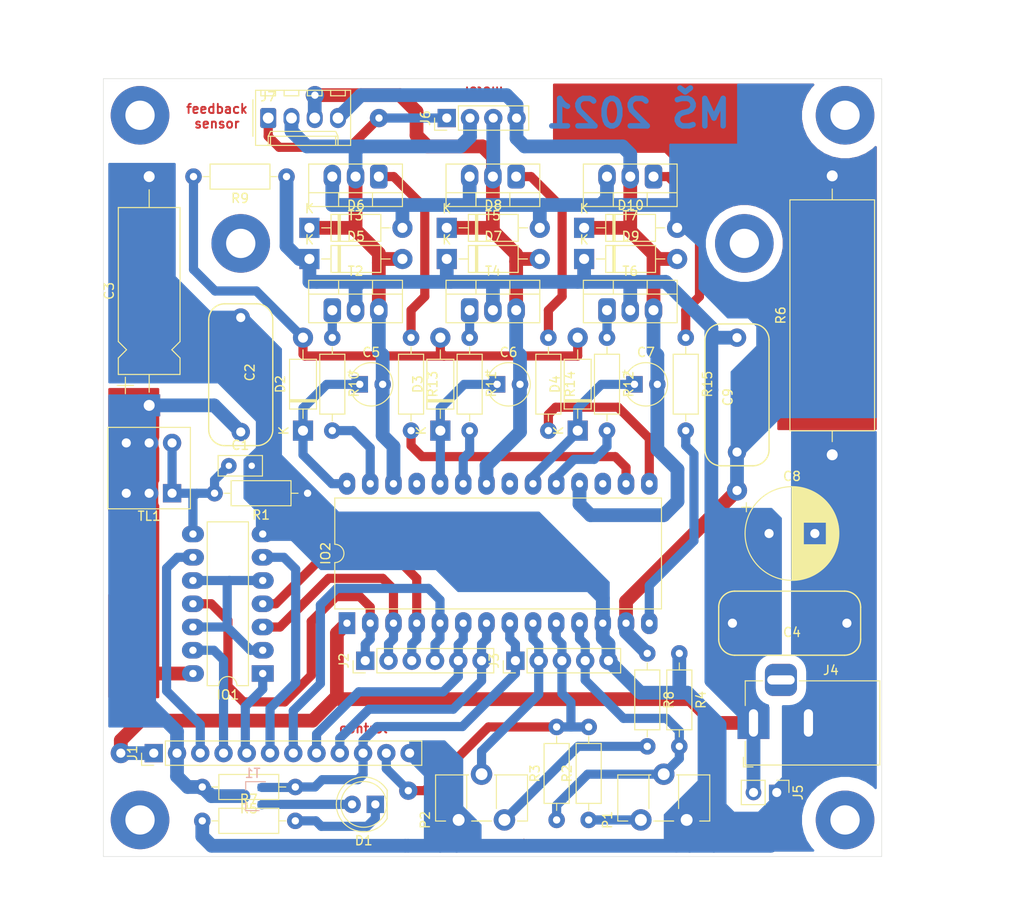
<source format=kicad_pcb>
(kicad_pcb (version 20171130) (host pcbnew 5.1.12-1.fc35)
  (title_block (title "Řízení 3fáz motoru") (date 2021-11-23) (rev A))
  (layers (0 F.Cu signal) (31 B.Cu signal) (34 B.Paste user) (35 F.Paste user) (36 B.SilkS user) (37 F.SilkS user) (38 B.Mask user) (39 F.Mask user) (44 Edge.Cuts user))
  (net 0 "")
  (net 1 GNDD)
  (net 2 +5V)
  (net 3 +12V)
  (net 4 "Net-(C6-Pad1)")
  (net 5 "Net-(C7-Pad1)")
  (net 6 "Net-(D1-Pad2)")
  (net 7 "Net-(D1-Pad1)")
  (net 8 "Net-(D2-Pad2)")
  (net 9 "Net-(IO1-Pad13)")
  (net 10 "Net-(IO1-Pad6)")
  (net 11 "Net-(IO1-Pad11)")
  (net 12 "Net-(IO1-Pad4)")
  (net 13 "Net-(IO1-Pad10)")
  (net 14 "Net-(IO1-Pad9)")
  (net 15 "Net-(IO2-Pad14)")
  (net 16 "Net-(IO2-Pad27)")
  (net 17 "Net-(IO2-Pad11)")
  (net 18 "Net-(IO2-Pad23)")
  (net 19 "Net-(IO2-Pad9)")
  (net 20 "Net-(IO2-Pad7)")
  (net 21 "Net-(IO2-Pad6)")
  (net 22 "Net-(IO2-Pad19)")
  (net 23 "Net-(IO2-Pad5)")
  (net 24 "Net-(IO2-Pad16)")
  (net 25 "Net-(IO2-Pad15)")
  (net 26 "Net-(J4-Pad3)")
  (net 27 "Net-(P1-Pad1)")
  (net 28 "Net-(R10-Pad1)")
  (net 29 "Net-(R11-Pad1)")
  (net 30 "Net-(R12-Pad1)")
  (net 31 "Net-(R13-Pad1)")
  (net 32 "Net-(R14-Pad1)")
  (net 33 "Net-(R15-Pad1)")
  (net 34 /stop)
  (net 35 /L1)
  (net 36 /L2)
  (net 37 /L3)
  (net 38 /GNDPWR)
  (net 39 /CAO)
  (net 40 /~FAULT)
  (net 41 "Net-(C5-Pad1)")
  (net 42 "Net-(J6-Pad1)")
  (net 43 "Net-(P2-Pad3)")
  (net 44 "Net-(IO1-Pad1)")
  (net 45 "Net-(IO1-Pad3)")
  (module Connector_Molex:Molex_KK-254_AE-6410-04A_1x04_P2.54mm_Vertical (layer F.Cu) (at 118 62.3)
    (fp_text reference J7 (at 0 -2.33) (layer F.SilkS))
    (fp_text value msensor)
    (pad 4 thru_hole oval (at 7.62 0) (size 1.74 2.19) (drill 1.19) (layers *.Cu *.Mask) (net 37 /L3))
    (pad 3 thru_hole oval (at 5.08 0) (size 1.74 2.19) (drill 1.19) (layers *.Cu *.Mask) (net 36 /L2))
    (pad 2 thru_hole oval (at 2.54 0) (size 1.74 2.19) (drill 1.19) (layers *.Cu *.Mask) (net 35 /L1))
    (pad 1 thru_hole roundrect (at 0 0) (size 1.74 2.19) (drill 1.19) (layers *.Cu *.Mask) (roundrect_rratio 0.143678) (net 42 "Net-(J6-Pad1)"))
  )
  (module moje:Tlacitko_hranate (layer F.Cu) (at 107.5 103.3 180)
    (fp_text reference TL1 (at 2.5 -2.5) (layer F.SilkS))
    (fp_text value STOP)
    (pad 6 thru_hole circle (at 5 5.5 180) (size 2 2) (drill 1) (layers *.Cu *.Mask) (net 2 +5V))
    (pad 5 thru_hole circle (at 2.5 5.5 180) (size 2 2) (drill 1) (layers *.Cu *.Mask) (net 2 +5V))
    (pad 4 thru_hole circle (at 0 5.5 180) (size 2 2) (drill 1) (layers *.Cu *.Mask) (net 34 /stop))
    (pad 3 thru_hole circle (at 5 0 180) (size 2 2) (drill 1) (layers *.Cu *.Mask) (net 2 +5V))
    (pad 1 thru_hole rect (at 0 0 180) (size 2 2) (drill 1) (layers *.Cu *.Mask) (net 34 /stop))
    (pad 2 thru_hole circle (at 2.5 0 180) (size 2 2) (drill 1) (layers *.Cu *.Mask) (net 2 +5V))
  )
  (module MountingHole:MountingHole_3.2mm_M3_Pad (layer F.Cu) (at 104 139)
    (fp_text reference REF** hide)
    (fp_text value MountingHole_3.2mm_M3_Pad hide)
    (pad 1 thru_hole circle (at 0 0) (size 6.4 6.4) (drill 3.2) (layers *.Cu *.Mask))
  )
  (module Resistor_THT:R_Axial_DIN0207_L6.3mm_D2.5mm_P10.16mm_Horizontal (layer F.Cu) (at 120 68.7 180)
    (fp_text reference R9 (at 5.08 -2.37) (layer F.SilkS))
    (fp_text value 120)
    (pad 2 thru_hole oval (at 10.16 0 180) (size 1.8 1.8) (drill 0.8) (layers *.Cu *.Mask) (net 8 "Net-(D2-Pad2)"))
    (pad 1 thru_hole circle (at 0 0 180) (size 1.8 1.8) (drill 0.8) (layers *.Cu *.Mask) (net 3 +12V))
  )
  (module MountingHole:MountingHole_3.2mm_M3_Pad (layer F.Cu) (at 104 62)
    (fp_text reference REF** hide)
    (fp_text value MountingHole_3.2mm_M3_Pad hide)
    (pad 1 thru_hole circle (at 0 0) (size 6.4 6.4) (drill 3.2) (layers *.Cu *.Mask))
  )
  (module Potentiometer_THT:Potentiometer_ACP_CA9-H5_Horizontal (layer F.Cu) (at 158.7 139 90)
    (fp_text reference P1 (at 0 -3.65 90) (layer F.SilkS))
    (fp_text value 680)
    (pad 1 thru_hole circle (at 0 0 90) (size 2.34 2.34) (drill 1.3) (layers *.Cu *.Mask) (net 27 "Net-(P1-Pad1)"))
    (pad 2 thru_hole circle (at 5 2.5 90) (size 2.34 2.34) (drill 1.3) (layers *.Cu *.Mask) (net 17 "Net-(IO2-Pad11)"))
    (pad 3 thru_hole circle (at 0 5 90) (size 2.34 2.34) (drill 1.3) (layers *.Cu *.Mask) (net 1 GNDD))
  )
  (module MountingHole:MountingHole_3.2mm_M3_Pad (layer F.Cu) (at 181 139)
    (fp_text reference REF** hide)
    (fp_text value MountingHole_3.2mm_M3_Pad hide)
    (pad 1 thru_hole circle (at 0 0) (size 6.4 6.4) (drill 3.2) (layers *.Cu *.Mask))
  )
  (module MountingHole:MountingHole_3.2mm_M3_Pad (layer F.Cu) (at 181 62)
    (fp_text reference REF** hide)
    (fp_text value MountingHole_3.2mm_M3_Pad hide)
    (pad 1 thru_hole circle (at 0 0) (size 6.4 6.4) (drill 3.2) (layers *.Cu *.Mask))
  )
  (module MountingHole:MountingHole_3.2mm_M3_Pad (layer F.Cu) (at 115 76)
    (fp_text reference REF** hide)
    (fp_text value MountingHole_3.2mm_M3_Pad hide)
    (pad 1 thru_hole circle (at 0 0) (size 6.4 6.4) (drill 3.2) (layers *.Cu *.Mask))
  )
  (module MountingHole:MountingHole_3.2mm_M3_Pad (layer F.Cu) (at 170 76)
    (fp_text reference REF** hide)
    (fp_text value MountingHole_3.2mm_M3_Pad hide)
    (pad 1 thru_hole circle (at 0 0) (size 6.4 6.4) (drill 3.2) (layers *.Cu *.Mask))
  )
  (module Connector_BarrelJack:BarrelJack_Horizontal (layer F.Cu) (at 171 128.4 180)
    (fp_text reference J4 (at -8.45 5.75) (layer F.SilkS))
    (fp_text value power)
    (pad 3 thru_hole roundrect (at -3 4.7 180) (size 3.5 3.5) (drill oval 3 1) (layers *.Cu *.Mask) (net 26 "Net-(J4-Pad3)") (clearance 1))
    (pad 2 thru_hole roundrect (at -6 0 180) (size 3 3.5) (drill oval 1 3) (layers *.Cu *.Mask) (net 1 GNDD))
    (pad 1 thru_hole rect (at 0 0 180) (size 3.5 3.5) (drill oval 1 3) (layers *.Cu *.Mask) (net 3 +12V))
  )
  (module Connector_PinHeader_2.54mm:PinHeader_1x02_P2.54mm_Vertical (layer F.Cu) (at 173.54 136 270)
    (fp_text reference J5 (at 0 -2.33 90) (layer F.SilkS))
    (fp_text value power12)
    (pad 2 thru_hole oval (at 0 2.54 270) (size 1.7 1.7) (drill 1) (layers *.Cu *.Mask) (net 3 +12V))
    (pad 1 thru_hole rect (at 0 0 270) (size 1.7 1.7) (drill 1) (layers *.Cu *.Mask) (net 1 GNDD))
  )
  (module moje:TO-220-3_Vertical (layer F.Cu) (at 160.08 68.7 180)
    (fp_text reference T7 (at 2.54 -4.27) (layer F.SilkS))
    (fp_text value BUZ11)
    (pad 3 thru_hole oval (at 5.08 0 180) (size 1.905 2.6) (drill 1.1) (layers *.Cu *.Mask) (net 38 /GNDPWR))
    (pad 2 thru_hole oval (at 2.54 0 180) (size 1.905 2.6) (drill 1.1) (layers *.Cu *.Mask) (net 37 /L3))
    (pad 1 thru_hole roundrect (at 0 0 180) (size 1.905 2.6) (drill 1.1) (layers *.Cu *.Mask) (net 33 "Net-(R15-Pad1)"))
  )
  (module moje:TO-220-3_Vertical (layer F.Cu) (at 155 83.3)
    (fp_text reference T6 (at 2.54 -4.27) (layer F.SilkS))
    (fp_text value BUZ11)
    (pad 3 thru_hole oval (at 5.08 0) (size 1.905 2.6) (drill 1.1) (layers *.Cu *.Mask) (net 37 /L3))
    (pad 2 thru_hole oval (at 2.54 0) (size 1.905 2.6) (drill 1.1) (layers *.Cu *.Mask) (net 3 +12V))
    (pad 1 thru_hole roundrect (at 0 0) (size 1.905 2.6) (drill 1.1) (layers *.Cu *.Mask) (net 30 "Net-(R12-Pad1)"))
  )
  (module moje:TO-220-3_Vertical (layer F.Cu) (at 145.08 68.7 180)
    (fp_text reference T5 (at 2.54 -4.27) (layer F.SilkS))
    (fp_text value BUZ11)
    (pad 3 thru_hole oval (at 5.08 0 180) (size 1.905 2.6) (drill 1.1) (layers *.Cu *.Mask) (net 38 /GNDPWR))
    (pad 2 thru_hole oval (at 2.54 0 180) (size 1.905 2.6) (drill 1.1) (layers *.Cu *.Mask) (net 36 /L2))
    (pad 1 thru_hole roundrect (at 0 0 180) (size 1.905 2.6) (drill 1.1) (layers *.Cu *.Mask) (net 32 "Net-(R14-Pad1)"))
  )
  (module moje:TO-220-3_Vertical (layer F.Cu) (at 140 83.3)
    (fp_text reference T4 (at 2.54 -4.27) (layer F.SilkS))
    (fp_text value BUZ11)
    (pad 3 thru_hole oval (at 5.08 0) (size 1.905 2.6) (drill 1.1) (layers *.Cu *.Mask) (net 36 /L2))
    (pad 2 thru_hole oval (at 2.54 0) (size 1.905 2.6) (drill 1.1) (layers *.Cu *.Mask) (net 3 +12V))
    (pad 1 thru_hole roundrect (at 0 0) (size 1.905 2.6) (drill 1.1) (layers *.Cu *.Mask) (net 29 "Net-(R11-Pad1)"))
  )
  (module moje:TO-220-3_Vertical (layer F.Cu) (at 130.08 68.7 180)
    (fp_text reference T3 (at 2.54 -4.27) (layer F.SilkS))
    (fp_text value BUZ11)
    (pad 3 thru_hole oval (at 5.08 0 180) (size 1.905 2.6) (drill 1.1) (layers *.Cu *.Mask) (net 38 /GNDPWR))
    (pad 2 thru_hole oval (at 2.54 0 180) (size 1.905 2.6) (drill 1.1) (layers *.Cu *.Mask) (net 35 /L1))
    (pad 1 thru_hole roundrect (at 0 0 180) (size 1.905 2.6) (drill 1.1) (layers *.Cu *.Mask) (net 31 "Net-(R13-Pad1)"))
  )
  (module moje:TO-220-3_Vertical (layer F.Cu) (at 125 83.3)
    (fp_text reference T2 (at 2.54 -4.27) (layer F.SilkS))
    (fp_text value BUZ11)
    (pad 3 thru_hole oval (at 5.08 0) (size 1.905 2.6) (drill 1.1) (layers *.Cu *.Mask) (net 35 /L1))
    (pad 2 thru_hole oval (at 2.54 0) (size 1.905 2.6) (drill 1.1) (layers *.Cu *.Mask) (net 3 +12V))
    (pad 1 thru_hole roundrect (at 0 0) (size 1.905 2.6) (drill 1.1) (layers *.Cu *.Mask) (net 28 "Net-(R10-Pad1)"))
  )
  (module Package_TO_SOT_SMD:SOT-23 (layer B.Cu) (at 116.3 136.4 180)
    (fp_text reference T1 (at 0 2.5) (layer B.SilkS) (effects (justify mirror)))
    (fp_text value BSS83P)
    (pad 3 smd rect (at 1 0 180) (size 0.9 0.8) (layers B.Cu B.Paste B.Mask) (net 2 +5V))
    (pad 2 smd rect (at -1 -0.95 180) (size 0.9 0.8) (layers B.Cu B.Paste B.Mask) (net 6 "Net-(D1-Pad2)"))
    (pad 1 smd rect (at -1 0.95 180) (size 0.9 0.8) (layers B.Cu B.Paste B.Mask) (net 40 /~FAULT))
  )
  (module Resistor_THT:R_Axial_DIN0207_L6.3mm_D2.5mm_P10.16mm_Horizontal (layer F.Cu) (at 163.6 86.3 270)
    (fp_text reference R15 (at 5.08 -2.37 90) (layer F.SilkS))
    (fp_text value 10)
    (pad 2 thru_hole oval (at 10.16 0 270) (size 1.8 1.8) (drill 0.8) (layers *.Cu *.Mask) (net 15 "Net-(IO2-Pad14)"))
    (pad 1 thru_hole circle (at 0 0 270) (size 1.8 1.8) (drill 0.8) (layers *.Cu *.Mask) (net 33 "Net-(R15-Pad1)"))
  )
  (module Resistor_THT:R_Axial_DIN0207_L6.3mm_D2.5mm_P10.16mm_Horizontal (layer F.Cu) (at 148.6 86.3 270)
    (fp_text reference R14 (at 5.08 -2.37 90) (layer F.SilkS))
    (fp_text value 10)
    (pad 2 thru_hole oval (at 10.16 0 270) (size 1.8 1.8) (drill 0.8) (layers *.Cu *.Mask) (net 25 "Net-(IO2-Pad15)"))
    (pad 1 thru_hole circle (at 0 0 270) (size 1.8 1.8) (drill 0.8) (layers *.Cu *.Mask) (net 32 "Net-(R14-Pad1)"))
  )
  (module Resistor_THT:R_Axial_DIN0207_L6.3mm_D2.5mm_P10.16mm_Horizontal (layer F.Cu) (at 133.6 86.3 270)
    (fp_text reference R13 (at 5.08 -2.37 90) (layer F.SilkS))
    (fp_text value 10)
    (pad 2 thru_hole oval (at 10.16 0 270) (size 1.8 1.8) (drill 0.8) (layers *.Cu *.Mask) (net 24 "Net-(IO2-Pad16)"))
    (pad 1 thru_hole circle (at 0 0 270) (size 1.8 1.8) (drill 0.8) (layers *.Cu *.Mask) (net 31 "Net-(R13-Pad1)"))
  )
  (module Resistor_THT:R_Axial_DIN0207_L6.3mm_D2.5mm_P10.16mm_Horizontal (layer F.Cu) (at 155 86.3 270)
    (fp_text reference R12 (at 5.08 -2.37 90) (layer F.SilkS))
    (fp_text value 10)
    (pad 2 thru_hole oval (at 10.16 0 270) (size 1.8 1.8) (drill 0.8) (layers *.Cu *.Mask) (net 22 "Net-(IO2-Pad19)"))
    (pad 1 thru_hole circle (at 0 0 270) (size 1.8 1.8) (drill 0.8) (layers *.Cu *.Mask) (net 30 "Net-(R12-Pad1)"))
  )
  (module Resistor_THT:R_Axial_DIN0207_L6.3mm_D2.5mm_P10.16mm_Horizontal (layer F.Cu) (at 140 86.3 270)
    (fp_text reference R11 (at 5.08 -2.37 90) (layer F.SilkS))
    (fp_text value 10)
    (pad 2 thru_hole oval (at 10.16 0 270) (size 1.8 1.8) (drill 0.8) (layers *.Cu *.Mask) (net 18 "Net-(IO2-Pad23)"))
    (pad 1 thru_hole circle (at 0 0 270) (size 1.8 1.8) (drill 0.8) (layers *.Cu *.Mask) (net 29 "Net-(R11-Pad1)"))
  )
  (module Resistor_THT:R_Axial_DIN0207_L6.3mm_D2.5mm_P10.16mm_Horizontal (layer F.Cu) (at 125 86.3 270)
    (fp_text reference R10 (at 5.08 -2.37 90) (layer F.SilkS))
    (fp_text value 10)
    (pad 2 thru_hole oval (at 10.16 0 270) (size 1.8 1.8) (drill 0.8) (layers *.Cu *.Mask) (net 16 "Net-(IO2-Pad27)"))
    (pad 1 thru_hole circle (at 0 0 270) (size 1.8 1.8) (drill 0.8) (layers *.Cu *.Mask) (net 28 "Net-(R10-Pad1)"))
  )
  (module Resistor_THT:R_Axial_DIN0207_L6.3mm_D2.5mm_P10.16mm_Horizontal (layer F.Cu) (at 159.4 120.8 270)
    (fp_text reference R8 (at 5.08 -2.37 90) (layer F.SilkS))
    (fp_text value 1k)
    (pad 2 thru_hole oval (at 10.16 0 270) (size 1.8 1.8) (drill 0.8) (layers *.Cu *.Mask) (net 43 "Net-(P2-Pad3)"))
    (pad 1 thru_hole circle (at 0 0 270) (size 1.8 1.8) (drill 0.8) (layers *.Cu *.Mask) (net 38 /GNDPWR))
  )
  (module Resistor_THT:R_Axial_DIN0207_L6.3mm_D2.5mm_P10.16mm_Horizontal (layer F.Cu) (at 110.8 139.1)
    (fp_text reference R7 (at 5.08 -2.37) (layer F.SilkS))
    (fp_text value 220)
    (pad 2 thru_hole oval (at 10.16 0) (size 1.8 1.8) (drill 0.8) (layers *.Cu *.Mask) (net 7 "Net-(D1-Pad1)"))
    (pad 1 thru_hole circle (at 0 0) (size 1.8 1.8) (drill 0.8) (layers *.Cu *.Mask) (net 1 GNDD))
  )
  (module Resistor_THT:R_Axial_Power_L25.0mm_W9.0mm_P30.48mm (layer F.Cu) (at 179.6 99.1 90)
    (fp_text reference R6 (at 15.24 -5.62 90) (layer F.SilkS))
    (fp_text value 0.5Ω/5W)
    (pad 2 thru_hole oval (at 30.48 0 90) (size 2.4 2.4) (drill 1.2) (layers *.Cu *.Mask) (net 38 /GNDPWR))
    (pad 1 thru_hole circle (at 0 0 90) (size 2.4 2.4) (drill 1.2) (layers *.Cu *.Mask) (net 1 GNDD))
  )
  (module Resistor_THT:R_Axial_DIN0207_L6.3mm_D2.5mm_P10.16mm_Horizontal (layer F.Cu) (at 120.96 135.4 180)
    (fp_text reference R5 (at 5.08 -2.37) (layer F.SilkS))
    (fp_text value 10k)
    (pad 2 thru_hole oval (at 10.16 0 180) (size 1.8 1.8) (drill 0.8) (layers *.Cu *.Mask) (net 2 +5V))
    (pad 1 thru_hole circle (at 0 0 180) (size 1.8 1.8) (drill 0.8) (layers *.Cu *.Mask) (net 40 /~FAULT))
  )
  (module Resistor_THT:R_Axial_DIN0207_L6.3mm_D2.5mm_P10.16mm_Horizontal (layer F.Cu) (at 162.9 120.8 270)
    (fp_text reference R4 (at 5.08 -2.37 90) (layer F.SilkS))
    (fp_text value 1k)
    (pad 2 thru_hole oval (at 10.16 0 270) (size 1.8 1.8) (drill 0.8) (layers *.Cu *.Mask) (net 17 "Net-(IO2-Pad11)"))
    (pad 1 thru_hole circle (at 0 0 270) (size 1.8 1.8) (drill 0.8) (layers *.Cu *.Mask) (net 1 GNDD))
  )
  (module Resistor_THT:R_Axial_DIN0207_L6.3mm_D2.5mm_P10.16mm_Horizontal (layer F.Cu) (at 149.5 139 90)
    (fp_text reference R3 (at 5.08 -2.37 90) (layer F.SilkS))
    (fp_text value 15k)
    (pad 2 thru_hole oval (at 10.16 0 90) (size 1.8 1.8) (drill 0.8) (layers *.Cu *.Mask) (net 39 /CAO))
    (pad 1 thru_hole circle (at 0 0 90) (size 1.8 1.8) (drill 0.8) (layers *.Cu *.Mask) (net 17 "Net-(IO2-Pad11)"))
  )
  (module Resistor_THT:R_Axial_DIN0207_L6.3mm_D2.5mm_P10.16mm_Horizontal (layer F.Cu) (at 153 139 90)
    (fp_text reference R2 (at 5.08 -2.37 90) (layer F.SilkS))
    (fp_text value 15k)
    (pad 2 thru_hole oval (at 10.16 0 90) (size 1.8 1.8) (drill 0.8) (layers *.Cu *.Mask) (net 39 /CAO))
    (pad 1 thru_hole circle (at 0 0 90) (size 1.8 1.8) (drill 0.8) (layers *.Cu *.Mask) (net 27 "Net-(P1-Pad1)"))
  )
  (module Resistor_THT:R_Axial_DIN0207_L6.3mm_D2.5mm_P10.16mm_Horizontal (layer F.Cu) (at 122.3 103.3 180)
    (fp_text reference R1 (at 5.08 -2.37) (layer F.SilkS))
    (fp_text value 1k)
    (pad 2 thru_hole oval (at 10.16 0 180) (size 1.8 1.8) (drill 0.8) (layers *.Cu *.Mask) (net 34 /stop))
    (pad 1 thru_hole circle (at 0 0 180) (size 1.8 1.8) (drill 0.8) (layers *.Cu *.Mask) (net 1 GNDD))
  )
  (module Potentiometer_THT:Potentiometer_ACP_CA9-H5_Horizontal (layer F.Cu) (at 138.8 139 90)
    (fp_text reference P2 (at 0 -3.65 90) (layer F.SilkS))
    (fp_text value 220)
    (pad 1 thru_hole circle (at 0 0 90) (size 2.34 2.34) (drill 1.3) (layers *.Cu *.Mask) (net 1 GNDD))
    (pad 2 thru_hole circle (at 5 2.5 90) (size 2.34 2.34) (drill 1.3) (layers *.Cu *.Mask) (net 19 "Net-(IO2-Pad9)"))
    (pad 3 thru_hole circle (at 0 5 90) (size 2.34 2.34) (drill 1.3) (layers *.Cu *.Mask) (net 43 "Net-(P2-Pad3)"))
  )
  (module Connector_PinHeader_2.54mm:PinHeader_1x04_P2.54mm_Vertical (layer F.Cu) (at 137.5 62.3 90)
    (fp_text reference J6 (at 0 -2.33 90) (layer F.SilkS))
    (fp_text value motor)
    (pad 4 thru_hole oval (at 0 7.62 90) (size 2 2) (drill 1) (layers *.Cu *.Mask) (net 37 /L3))
    (pad 3 thru_hole oval (at 0 5.08 90) (size 2 2) (drill 1) (layers *.Cu *.Mask) (net 36 /L2))
    (pad 2 thru_hole oval (at 0 2.54 90) (size 2 2) (drill 1) (layers *.Cu *.Mask) (net 35 /L1))
    (pad 1 thru_hole rect (at 0 0 90) (size 2 2) (drill 1) (layers *.Cu *.Mask) (net 42 "Net-(J6-Pad1)"))
  )
  (module Connector_PinHeader_2.54mm:PinHeader_1x05_P2.54mm_Vertical (layer F.Cu) (at 145 121.6 90)
    (fp_text reference J3 (at 0 -2.33 90) (layer F.SilkS))
    (fp_text value test)
    (pad 5 thru_hole oval (at 0 10.16 90) (size 2 2) (drill 1) (layers *.Cu *.Mask) (net 1 GNDD))
    (pad 4 thru_hole oval (at 0 7.62 90) (size 2 2) (drill 1) (layers *.Cu *.Mask) (net 17 "Net-(IO2-Pad11)"))
    (pad 3 thru_hole oval (at 0 5.08 90) (size 2 2) (drill 1) (layers *.Cu *.Mask) (net 39 /CAO))
    (pad 2 thru_hole oval (at 0 2.54 90) (size 2 2) (drill 1) (layers *.Cu *.Mask) (net 19 "Net-(IO2-Pad9)"))
    (pad 1 thru_hole rect (at 0 0 90) (size 2 2) (drill 1) (layers *.Cu *.Mask) (net 40 /~FAULT))
  )
  (module Connector_PinHeader_2.54mm:PinHeader_1x06_P2.54mm_Vertical (layer F.Cu) (at 128.6 121.6 90)
    (fp_text reference J2 (at 0 -2.33 90) (layer F.SilkS))
    (fp_text value test)
    (pad 6 thru_hole oval (at 0 12.7 90) (size 2 2) (drill 1) (layers *.Cu *.Mask) (net 20 "Net-(IO2-Pad7)"))
    (pad 5 thru_hole oval (at 0 10.16 90) (size 2 2) (drill 1) (layers *.Cu *.Mask) (net 21 "Net-(IO2-Pad6)"))
    (pad 4 thru_hole oval (at 0 7.62 90) (size 2 2) (drill 1) (layers *.Cu *.Mask) (net 23 "Net-(IO2-Pad5)"))
    (pad 3 thru_hole oval (at 0 5.08 90) (size 2 2) (drill 1) (layers *.Cu *.Mask) (net 12 "Net-(IO1-Pad4)"))
    (pad 2 thru_hole oval (at 0 2.54 90) (size 2 2) (drill 1) (layers *.Cu *.Mask) (net 45 "Net-(IO1-Pad3)"))
    (pad 1 thru_hole rect (at 0 0 90) (size 2 2) (drill 1) (layers *.Cu *.Mask) (net 11 "Net-(IO1-Pad11)"))
  )
  (module Connector_PinHeader_2.54mm:PinHeader_1x12_P2.54mm_Vertical (layer F.Cu) (at 105.5 131.7 90)
    (fp_text reference J1 (at 0 -2.33 90) (layer F.SilkS))
    (fp_text value control)
    (pad 12 thru_hole oval (at 0 27.94 90) (size 2 2) (drill 1) (layers *.Cu *.Mask) (net 1 GNDD))
    (pad 11 thru_hole oval (at 0 25.4 90) (size 2 2) (drill 1) (layers *.Cu *.Mask) (net 39 /CAO))
    (pad 10 thru_hole oval (at 0 22.86 90) (size 2 2) (drill 1) (layers *.Cu *.Mask) (net 40 /~FAULT))
    (pad 9 thru_hole oval (at 0 20.32 90) (size 2 2) (drill 1) (layers *.Cu *.Mask) (net 20 "Net-(IO2-Pad7)"))
    (pad 8 thru_hole oval (at 0 17.78 90) (size 2 2) (drill 1) (layers *.Cu *.Mask) (net 21 "Net-(IO2-Pad6)"))
    (pad 7 thru_hole oval (at 0 15.24 90) (size 2 2) (drill 1) (layers *.Cu *.Mask) (net 23 "Net-(IO2-Pad5)"))
    (pad 6 thru_hole oval (at 0 12.7 90) (size 2 2) (drill 1) (layers *.Cu *.Mask) (net 10 "Net-(IO1-Pad6)"))
    (pad 5 thru_hole oval (at 0 10.16 90) (size 2 2) (drill 1) (layers *.Cu *.Mask) (net 44 "Net-(IO1-Pad1)"))
    (pad 4 thru_hole oval (at 0 7.62 90) (size 2 2) (drill 1) (layers *.Cu *.Mask) (net 9 "Net-(IO1-Pad13)"))
    (pad 3 thru_hole oval (at 0 5.08 90) (size 2 2) (drill 1) (layers *.Cu *.Mask) (net 14 "Net-(IO1-Pad9)"))
    (pad 2 thru_hole oval (at 0 2.54 90) (size 2 2) (drill 1) (layers *.Cu *.Mask) (net 2 +5V))
    (pad 1 thru_hole rect (at 0 0 90) (size 2 2) (drill 1) (layers *.Cu *.Mask) (net 3 +12V))
  )
  (module Package_DIP:DIP-28_W15.24mm_LongPads (layer F.Cu) (at 126.6 117.5 90)
    (fp_text reference IO2 (at 7.62 -2.33 90) (layer F.SilkS))
    (fp_text value IR2130)
    (pad 28 thru_hole oval (at 15.24 0 90) (size 2.4 1.8) (drill 0.8) (layers *.Cu *.Mask) (net 41 "Net-(C5-Pad1)"))
    (pad 14 thru_hole oval (at 0 33.02 90) (size 2.4 1.8) (drill 0.8) (layers *.Cu *.Mask) (net 15 "Net-(IO2-Pad14)"))
    (pad 27 thru_hole oval (at 15.24 2.54 90) (size 2.4 1.8) (drill 0.8) (layers *.Cu *.Mask) (net 16 "Net-(IO2-Pad27)"))
    (pad 13 thru_hole oval (at 0 30.48 90) (size 2.4 1.8) (drill 0.8) (layers *.Cu *.Mask) (net 38 /GNDPWR))
    (pad 26 thru_hole oval (at 15.24 5.08 90) (size 2.4 1.8) (drill 0.8) (layers *.Cu *.Mask) (net 35 /L1))
    (pad 12 thru_hole oval (at 0 27.94 90) (size 2.4 1.8) (drill 0.8) (layers *.Cu *.Mask) (net 1 GNDD))
    (pad 25 thru_hole oval (at 15.24 7.62 90) (size 2.4 1.8) (drill 0.8) (layers *.Cu *.Mask))
    (pad 11 thru_hole oval (at 0 25.4 90) (size 2.4 1.8) (drill 0.8) (layers *.Cu *.Mask) (net 17 "Net-(IO2-Pad11)"))
    (pad 24 thru_hole oval (at 15.24 10.16 90) (size 2.4 1.8) (drill 0.8) (layers *.Cu *.Mask) (net 4 "Net-(C6-Pad1)"))
    (pad 10 thru_hole oval (at 0 22.86 90) (size 2.4 1.8) (drill 0.8) (layers *.Cu *.Mask) (net 39 /CAO))
    (pad 23 thru_hole oval (at 15.24 12.7 90) (size 2.4 1.8) (drill 0.8) (layers *.Cu *.Mask) (net 18 "Net-(IO2-Pad23)"))
    (pad 9 thru_hole oval (at 0 20.32 90) (size 2.4 1.8) (drill 0.8) (layers *.Cu *.Mask) (net 19 "Net-(IO2-Pad9)"))
    (pad 22 thru_hole oval (at 15.24 15.24 90) (size 2.4 1.8) (drill 0.8) (layers *.Cu *.Mask) (net 36 /L2))
    (pad 8 thru_hole oval (at 0 17.78 90) (size 2.4 1.8) (drill 0.8) (layers *.Cu *.Mask) (net 40 /~FAULT))
    (pad 21 thru_hole oval (at 15.24 17.78 90) (size 2.4 1.8) (drill 0.8) (layers *.Cu *.Mask))
    (pad 7 thru_hole oval (at 0 15.24 90) (size 2.4 1.8) (drill 0.8) (layers *.Cu *.Mask) (net 20 "Net-(IO2-Pad7)"))
    (pad 20 thru_hole oval (at 15.24 20.32 90) (size 2.4 1.8) (drill 0.8) (layers *.Cu *.Mask) (net 5 "Net-(C7-Pad1)"))
    (pad 6 thru_hole oval (at 0 12.7 90) (size 2.4 1.8) (drill 0.8) (layers *.Cu *.Mask) (net 21 "Net-(IO2-Pad6)"))
    (pad 19 thru_hole oval (at 15.24 22.86 90) (size 2.4 1.8) (drill 0.8) (layers *.Cu *.Mask) (net 22 "Net-(IO2-Pad19)"))
    (pad 5 thru_hole oval (at 0 10.16 90) (size 2.4 1.8) (drill 0.8) (layers *.Cu *.Mask) (net 23 "Net-(IO2-Pad5)"))
    (pad 18 thru_hole oval (at 15.24 25.4 90) (size 2.4 1.8) (drill 0.8) (layers *.Cu *.Mask) (net 37 /L3))
    (pad 4 thru_hole oval (at 0 7.62 90) (size 2.4 1.8) (drill 0.8) (layers *.Cu *.Mask) (net 12 "Net-(IO1-Pad4)"))
    (pad 17 thru_hole oval (at 15.24 27.94 90) (size 2.4 1.8) (drill 0.8) (layers *.Cu *.Mask))
    (pad 3 thru_hole oval (at 0 5.08 90) (size 2.4 1.8) (drill 0.8) (layers *.Cu *.Mask) (net 45 "Net-(IO1-Pad3)"))
    (pad 16 thru_hole oval (at 15.24 30.48 90) (size 2.4 1.8) (drill 0.8) (layers *.Cu *.Mask) (net 24 "Net-(IO2-Pad16)"))
    (pad 2 thru_hole oval (at 0 2.54 90) (size 2.4 1.8) (drill 0.8) (layers *.Cu *.Mask) (net 11 "Net-(IO1-Pad11)"))
    (pad 15 thru_hole oval (at 15.24 33.02 90) (size 2.4 1.8) (drill 0.8) (layers *.Cu *.Mask) (net 25 "Net-(IO2-Pad15)"))
    (pad 1 thru_hole rect (at 0 0 90) (size 2.4 1.8) (drill 0.8) (layers *.Cu *.Mask) (net 3 +12V))
  )
  (module Package_DIP:DIP-14_W7.62mm_LongPads (layer F.Cu) (at 117.4 123 180)
    (fp_text reference IO1 (at 3.81 -2.33) (layer F.SilkS))
    (fp_text value CD4071)
    (pad 14 thru_hole oval (at 7.62 0 180) (size 2.4 1.8) (drill 0.8) (layers *.Cu *.Mask) (net 2 +5V))
    (pad 7 thru_hole oval (at 0 15.24 180) (size 2.4 1.8) (drill 0.8) (layers *.Cu *.Mask) (net 1 GNDD))
    (pad 13 thru_hole oval (at 7.62 2.54 180) (size 2.4 1.8) (drill 0.8) (layers *.Cu *.Mask) (net 9 "Net-(IO1-Pad13)"))
    (pad 6 thru_hole oval (at 0 12.7 180) (size 2.4 1.8) (drill 0.8) (layers *.Cu *.Mask) (net 10 "Net-(IO1-Pad6)"))
    (pad 12 thru_hole oval (at 7.62 5.08 180) (size 2.4 1.8) (drill 0.8) (layers *.Cu *.Mask) (net 13 "Net-(IO1-Pad10)"))
    (pad 5 thru_hole oval (at 0 10.16 180) (size 2.4 1.8) (drill 0.8) (layers *.Cu *.Mask) (net 13 "Net-(IO1-Pad10)"))
    (pad 11 thru_hole oval (at 7.62 7.62 180) (size 2.4 1.8) (drill 0.8) (layers *.Cu *.Mask) (net 11 "Net-(IO1-Pad11)"))
    (pad 4 thru_hole oval (at 0 7.62 180) (size 2.4 1.8) (drill 0.8) (layers *.Cu *.Mask) (net 12 "Net-(IO1-Pad4)"))
    (pad 10 thru_hole oval (at 7.62 10.16 180) (size 2.4 1.8) (drill 0.8) (layers *.Cu *.Mask) (net 13 "Net-(IO1-Pad10)"))
    (pad 3 thru_hole oval (at 0 5.08 180) (size 2.4 1.8) (drill 0.8) (layers *.Cu *.Mask) (net 45 "Net-(IO1-Pad3)"))
    (pad 9 thru_hole oval (at 7.62 12.7 180) (size 2.4 1.8) (drill 0.8) (layers *.Cu *.Mask) (net 14 "Net-(IO1-Pad9)"))
    (pad 2 thru_hole oval (at 0 2.54 180) (size 2.4 1.8) (drill 0.8) (layers *.Cu *.Mask) (net 13 "Net-(IO1-Pad10)"))
    (pad 8 thru_hole oval (at 7.62 15.24 180) (size 2.4 1.8) (drill 0.8) (layers *.Cu *.Mask) (net 34 /stop))
    (pad 1 thru_hole rect (at 0 0 180) (size 2.4 1.8) (drill 0.8) (layers *.Cu *.Mask) (net 44 "Net-(IO1-Pad1)"))
  )
  (module Diode_THT:D_DO-41_SOD81_P10.16mm_Horizontal (layer F.Cu) (at 152.5 74.3)
    (fp_text reference D10 (at 5.08 -2.47) (layer F.SilkS))
    (fp_text value 1N4937)
    (fp_text user K (at 0 -2.1) (layer F.SilkS))
    (pad 2 thru_hole oval (at 10.16 0) (size 2.2 2.2) (drill 1.1) (layers *.Cu *.Mask) (net 38 /GNDPWR))
    (pad 1 thru_hole rect (at 0 0) (size 2.2 2.2) (drill 1.1) (layers *.Cu *.Mask) (net 37 /L3))
  )
  (module Diode_THT:D_DO-41_SOD81_P10.16mm_Horizontal (layer F.Cu) (at 152.5 77.7)
    (fp_text reference D9 (at 5.08 -2.47) (layer F.SilkS))
    (fp_text value 1N4937)
    (fp_text user K (at 0 -2.1) (layer F.SilkS))
    (pad 2 thru_hole oval (at 10.16 0) (size 2.2 2.2) (drill 1.1) (layers *.Cu *.Mask) (net 37 /L3))
    (pad 1 thru_hole rect (at 0 0) (size 2.2 2.2) (drill 1.1) (layers *.Cu *.Mask) (net 3 +12V))
  )
  (module Diode_THT:D_DO-41_SOD81_P10.16mm_Horizontal (layer F.Cu) (at 137.5 74.3)
    (fp_text reference D8 (at 5.08 -2.47) (layer F.SilkS))
    (fp_text value 1N4937)
    (fp_text user K (at 0 -2.1) (layer F.SilkS))
    (pad 2 thru_hole oval (at 10.16 0) (size 2.2 2.2) (drill 1.1) (layers *.Cu *.Mask) (net 38 /GNDPWR))
    (pad 1 thru_hole rect (at 0 0) (size 2.2 2.2) (drill 1.1) (layers *.Cu *.Mask) (net 36 /L2))
  )
  (module Diode_THT:D_DO-41_SOD81_P10.16mm_Horizontal (layer F.Cu) (at 137.5 77.7)
    (fp_text reference D7 (at 5.08 -2.47) (layer F.SilkS))
    (fp_text value 1N4937)
    (fp_text user K (at 0 -2.1) (layer F.SilkS))
    (pad 2 thru_hole oval (at 10.16 0) (size 2.2 2.2) (drill 1.1) (layers *.Cu *.Mask) (net 36 /L2))
    (pad 1 thru_hole rect (at 0 0) (size 2.2 2.2) (drill 1.1) (layers *.Cu *.Mask) (net 3 +12V))
  )
  (module Diode_THT:D_DO-41_SOD81_P10.16mm_Horizontal (layer F.Cu) (at 122.5 74.3)
    (fp_text reference D6 (at 5.08 -2.47) (layer F.SilkS))
    (fp_text value 1N4937)
    (fp_text user K (at 0 -2.1) (layer F.SilkS))
    (pad 2 thru_hole oval (at 10.16 0) (size 2.2 2.2) (drill 1.1) (layers *.Cu *.Mask) (net 38 /GNDPWR))
    (pad 1 thru_hole rect (at 0 0) (size 2.2 2.2) (drill 1.1) (layers *.Cu *.Mask) (net 35 /L1))
  )
  (module Diode_THT:D_DO-41_SOD81_P10.16mm_Horizontal (layer F.Cu) (at 122.5 77.7)
    (fp_text reference D5 (at 5.08 -2.47) (layer F.SilkS))
    (fp_text value 1N4937)
    (fp_text user K (at 0 -2.1) (layer F.SilkS))
    (pad 2 thru_hole oval (at 10.16 0) (size 2.2 2.2) (drill 1.1) (layers *.Cu *.Mask) (net 35 /L1))
    (pad 1 thru_hole rect (at 0 0) (size 2.2 2.2) (drill 1.1) (layers *.Cu *.Mask) (net 3 +12V))
  )
  (module Diode_THT:D_DO-41_SOD81_P10.16mm_Horizontal (layer F.Cu) (at 151.8 96.46 90)
    (fp_text reference D4 (at 5.08 -2.47 90) (layer F.SilkS))
    (fp_text value 1N4937)
    (fp_text user K (at 0 -2.1 90) (layer F.SilkS))
    (pad 2 thru_hole oval (at 10.16 0 90) (size 2.2 2.2) (drill 1.1) (layers *.Cu *.Mask) (net 8 "Net-(D2-Pad2)"))
    (pad 1 thru_hole rect (at 0 0 90) (size 2.2 2.2) (drill 1.1) (layers *.Cu *.Mask) (net 5 "Net-(C7-Pad1)"))
  )
  (module Diode_THT:D_DO-41_SOD81_P10.16mm_Horizontal (layer F.Cu) (at 136.8 96.46 90)
    (fp_text reference D3 (at 5.08 -2.47 90) (layer F.SilkS))
    (fp_text value 1N4937)
    (fp_text user K (at 0 -2.1 90) (layer F.SilkS))
    (pad 2 thru_hole oval (at 10.16 0 90) (size 2.2 2.2) (drill 1.1) (layers *.Cu *.Mask) (net 8 "Net-(D2-Pad2)"))
    (pad 1 thru_hole rect (at 0 0 90) (size 2.2 2.2) (drill 1.1) (layers *.Cu *.Mask) (net 4 "Net-(C6-Pad1)"))
  )
  (module Diode_THT:D_DO-41_SOD81_P10.16mm_Horizontal (layer F.Cu) (at 121.8 96.46 90)
    (fp_text reference D2 (at 5.08 -2.47 90) (layer F.SilkS))
    (fp_text value 1N4937)
    (fp_text user K (at 0 -2.1 90) (layer F.SilkS))
    (pad 2 thru_hole oval (at 10.16 0 90) (size 2.2 2.2) (drill 1.1) (layers *.Cu *.Mask) (net 8 "Net-(D2-Pad2)"))
    (pad 1 thru_hole rect (at 0 0 90) (size 2.2 2.2) (drill 1.1) (layers *.Cu *.Mask) (net 41 "Net-(C5-Pad1)"))
  )
  (module LED_THT:LED_D5.0mm (layer F.Cu) (at 129.7 137.3 180)
    (fp_text reference D1 (at 1.27 -3.96) (layer F.SilkS))
    (fp_text value error)
    (pad 2 thru_hole circle (at 2.54 0 180) (size 1.9 1.9) (drill 0.9) (layers *.Cu *.Mask) (net 6 "Net-(D1-Pad2)"))
    (pad 1 thru_hole rect (at 0 0 180) (size 1.9 1.9) (drill 0.9) (layers *.Cu *.Mask) (net 7 "Net-(D1-Pad1)"))
  )
  (module Capacitor_THT:CP_Radial_D10.0mm_P5.00mm (layer F.Cu) (at 172.7 107.7)
    (fp_text reference C8 (at 2.5 -6.25) (layer F.SilkS))
    (fp_text value 1000μ/16V)
    (pad 2 thru_hole circle (at 5 0) (size 2 2) (drill 1) (layers *.Cu *.Mask) (net 1 GNDD))
    (pad 1 thru_hole rect (at 0 0) (size 2 2) (drill 1) (layers *.Cu *.Mask) (net 3 +12V))
  )
  (module Capacitor_THT:CP_Radial_Tantal_D4.5mm_P2.50mm (layer F.Cu) (at 158 91.4)
    (fp_text reference C7 (at 1.25 -3.5) (layer F.SilkS))
    (fp_text value 4μ7)
    (pad 2 thru_hole circle (at 2.5 0) (size 1.8 1.8) (drill 0.8) (layers *.Cu *.Mask) (net 37 /L3))
    (pad 1 thru_hole rect (at 0 0) (size 1.8 1.8) (drill 0.8) (layers *.Cu *.Mask) (net 5 "Net-(C7-Pad1)"))
  )
  (module Capacitor_THT:CP_Radial_Tantal_D4.5mm_P2.50mm (layer F.Cu) (at 143 91.4)
    (fp_text reference C6 (at 1.25 -3.5) (layer F.SilkS))
    (fp_text value 4μ7)
    (pad 2 thru_hole circle (at 2.5 0) (size 1.8 1.8) (drill 0.8) (layers *.Cu *.Mask) (net 36 /L2))
    (pad 1 thru_hole rect (at 0 0) (size 1.8 1.8) (drill 0.8) (layers *.Cu *.Mask) (net 4 "Net-(C6-Pad1)"))
  )
  (module Capacitor_THT:CP_Radial_Tantal_D4.5mm_P2.50mm (layer F.Cu) (at 128 91.4)
    (fp_text reference C5 (at 1.25 -3.5) (layer F.SilkS))
    (fp_text value 4μ7)
    (pad 2 thru_hole circle (at 2.5 0) (size 1.8 1.8) (drill 0.8) (layers *.Cu *.Mask) (net 35 /L1))
    (pad 1 thru_hole rect (at 0 0) (size 1.8 1.8) (drill 0.8) (layers *.Cu *.Mask) (net 41 "Net-(C5-Pad1)"))
  )
  (module Pouzdra:C213_L16_W7.5_P12.5 (layer F.Cu) (at 169.2 86.3 270)
    (fp_text reference C9 (at 6.5 1 270) (layer F.SilkS))
    (fp_text value 330n)
    (pad 2 thru_hole circle (at 12.5 0) (size 2 2) (drill 1) (layers *.Cu *.Mask) (net 38 /GNDPWR))
    (pad 1 thru_hole circle (at 0 0) (size 2 2) (drill 1) (layers *.Cu *.Mask) (net 3 +12V))
  )
  (module Pouzdra:C213_L16_W7.5_P12.5 (layer F.Cu) (at 168.7 117.5)
    (fp_text reference C4 (at 6.5 1 180) (layer F.SilkS))
    (fp_text value 330n)
    (pad 2 thru_hole circle (at 12.5 0 90) (size 2 2) (drill 1) (layers *.Cu *.Mask) (net 1 GNDD))
    (pad 1 thru_hole circle (at 0 0 90) (size 2 2) (drill 1) (layers *.Cu *.Mask) (net 3 +12V))
  )
  (module Capacitor_THT:CP_Axial_L18.0mm_D6.5mm_P25.00mm_Horizontal (layer F.Cu) (at 105 93.7 90)
    (fp_text reference C3 (at 12.5 -4.37 90) (layer F.SilkS))
    (fp_text value 22μ)
    (pad 2 thru_hole oval (at 25 0 90) (size 2.4 2.4) (drill 1.2) (layers *.Cu *.Mask) (net 1 GNDD))
    (pad 1 thru_hole rect (at 0 0 90) (size 2.4 2.4) (drill 1.2) (layers *.Cu *.Mask) (net 2 +5V))
  )
  (module Pouzdra:C213_L16_W7.5_P12.5 (layer F.Cu) (at 115 96.6 90)
    (fp_text reference C2 (at 6.5 1 270) (layer F.SilkS))
    (fp_text value 330n)
    (pad 2 thru_hole circle (at 12.5 0 180) (size 2 2) (drill 1) (layers *.Cu *.Mask) (net 1 GNDD))
    (pad 1 thru_hole circle (at 0 0 180) (size 2 2) (drill 1) (layers *.Cu *.Mask) (net 2 +5V))
  )
  (module Capacitor_THT:C_Rect_L4.6mm_W2.0mm_P2.50mm_MKS02_FKP02 (layer F.Cu) (at 113.7 100.3)
    (fp_text reference C1 (at 1.25 -2.25) (layer F.SilkS))
    (fp_text value 10n)
    (pad 2 thru_hole circle (at 2.5 0) (size 1.7 1.7) (drill 0.7) (layers *.Cu *.Mask) (net 1 GNDD))
    (pad 1 thru_hole circle (at 0 0) (size 1.7 1.7) (drill 0.7) (layers *.Cu *.Mask) (net 34 /stop))
  )
  (gr_text STOP (at 101.7 109.8 -90) (layer F.Cu) (effects (font (size 2 2) (thickness 0.4))))
  (gr_text current (at 161.1 141.6) (layer F.Cu) (effects (font (size 1 1) (thickness 0.2))))
  (gr_text over-current (at 141.4 141.7) (layer F.Cu) (effects (font (size 1 1) (thickness 0.2))))
  (gr_text "feedback\nsensor" (at 112.4 62.1) (layer F.Cu) (effects (font (size 1 1) (thickness 0.2))))
  (gr_text control (at 128.4 129) (layer F.Cu) (effects (font (size 1 1) (thickness 0.2))))
  (gr_text FAULT (at 128.2 141.8) (layer F.Cu) (effects (font (size 1 1) (thickness 0.2))))
  (gr_text motor (at 141.5 59.4 180) (layer F.Cu) (effects (font (size 1 1) (thickness 0.2))))
  (gr_text GND (at 173.9 139.1) (layer F.Cu) (effects (font (size 1 1) (thickness 0.2))))
  (gr_text +12V (at 169.9 139.1) (layer F.Cu) (effects (font (size 1 1) (thickness 0.2))))
  (gr_text "MŠ 2021" (at 158.4 61.8) (layer B.Cu) (effects (font (size 3 3) (thickness 0.6)) (justify mirror)))
  (gr_line (start 100 143) (end 100 58) (layer Edge.Cuts) (width 0.05))
  (gr_line (start 185 143) (end 100 143) (layer Edge.Cuts) (width 0.05))
  (gr_line (start 185 58) (end 100 58) (layer Edge.Cuts) (width 0.05))
  (gr_line (start 185 143) (end 185 58) (layer Edge.Cuts) (width 0.05))
  (segment (start 154.54 117.5) (end 154.54 119.14) (width 1.5) (layer B.Cu) (net 1))
  (segment (start 155.16 119.76) (end 155.16 121.6) (width 1.5) (layer B.Cu) (net 1))
  (segment (start 154.54 119.14) (end 155.16 119.76) (width 1.5) (layer B.Cu) (net 1))
  (segment (start 181.2 100.7) (end 179.6 99.1) (width 1.5) (layer B.Cu) (net 1))
  (segment (start 180.5 107.7) (end 181.2 107) (width 1.5) (layer B.Cu) (net 1))
  (segment (start 177.7 107.7) (end 180.5 107.7) (width 1.5) (layer B.Cu) (net 1))
  (segment (start 181.2 107) (end 181.2 100.7) (width 1.5) (layer B.Cu) (net 1))
  (segment (start 181.2 117.5) (end 181.2 107) (width 1.5) (layer B.Cu) (net 1))
  (segment (start 177 128.4) (end 179.7 128.4) (width 1.5) (layer B.Cu) (net 1))
  (segment (start 181.2 126.9) (end 181.2 117.5) (width 1.5) (layer B.Cu) (net 1))
  (segment (start 179.7 128.4) (end 181.2 126.9) (width 1.5) (layer B.Cu) (net 1))
  (segment (start 173.54 136) (end 173.54 135.96) (width 1.5) (layer B.Cu) (net 1))
  (segment (start 177 132.5) (end 177 128.4) (width 1.5) (layer B.Cu) (net 1))
  (segment (start 173.54 135.96) (end 177 132.5) (width 1.5) (layer B.Cu) (net 1))
  (segment (start 173.54 136) (end 173.54 140.56) (width 1.5) (layer B.Cu) (net 1))
  (segment (start 173.54 141.16) (end 172.87501 141.82499) (width 1.5) (layer B.Cu) (net 1))
  (segment (start 173.54 140.56) (end 173.54 141.16) (width 1.5) (layer B.Cu) (net 1))
  (segment (start 167.3 141.2) (end 166.67501 141.82499) (width 1.5) (layer B.Cu) (net 1))
  (segment (start 172.87501 141.82499) (end 166.67501 141.82499) (width 1.5) (layer B.Cu) (net 1))
  (segment (start 167.3 128.6) (end 167.3 141.2) (width 1.5) (layer B.Cu) (net 1))
  (segment (start 155.16 121.6) (end 158.66 125.1) (width 1.5) (layer B.Cu) (net 1))
  (segment (start 163.8 125.1) (end 167.3 128.6) (width 1.5) (layer B.Cu) (net 1))
  (segment (start 162.7 125.1) (end 163.8 125.1) (width 1.5) (layer B.Cu) (net 1))
  (segment (start 158.66 125.1) (end 162.7 125.1) (width 1.5) (layer B.Cu) (net 1))
  (segment (start 132.97501 141.82499) (end 111.82499 141.82499) (width 1.5) (layer B.Cu) (net 1))
  (segment (start 162.9 124.9) (end 162.7 125.1) (width 1.5) (layer B.Cu) (net 1))
  (segment (start 162.9 120.8) (end 162.9 124.9) (width 1.5) (layer B.Cu) (net 1))
  (segment (start 133.27501 141.82499) (end 132.97501 141.82499) (width 1.5) (layer B.Cu) (net 1))
  (segment (start 136.77501 141.82499) (end 133.27501 141.82499) (width 1.5) (layer B.Cu) (net 1))
  (segment (start 138.8 141.6) (end 138.57501 141.82499) (width 1.5) (layer B.Cu) (net 1))
  (segment (start 138.8 139) (end 138.8 141.6) (width 1.5) (layer B.Cu) (net 1))
  (segment (start 138.57501 141.82499) (end 136.77501 141.82499) (width 1.5) (layer B.Cu) (net 1))
  (segment (start 162.57501 141.82499) (end 138.57501 141.82499) (width 1.5) (layer B.Cu) (net 1))
  (segment (start 133.44 131.7) (end 135.4 131.7) (width 1.5) (layer B.Cu) (net 1))
  (segment (start 136.77501 133.07501) (end 136.77501 141.82499) (width 1.5) (layer B.Cu) (net 1))
  (segment (start 135.4 131.7) (end 136.77501 133.07501) (width 1.5) (layer B.Cu) (net 1))
  (segment (start 163.7 141.5) (end 164.02499 141.82499) (width 1.5) (layer B.Cu) (net 1))
  (segment (start 163.7 139) (end 163.7 141.5) (width 1.5) (layer B.Cu) (net 1))
  (segment (start 164.02499 141.82499) (end 162.57501 141.82499) (width 1.5) (layer B.Cu) (net 1))
  (segment (start 166.67501 141.82499) (end 164.02499 141.82499) (width 1.5) (layer B.Cu) (net 1))
  (segment (start 154.54 114.74) (end 154.54 117.5) (width 1.5) (layer B.Cu) (net 1))
  (segment (start 147.56 107.76) (end 154.54 114.74) (width 1.5) (layer B.Cu) (net 1))
  (segment (start 117.4 86.5) (end 115 84.1) (width 1.5) (layer B.Cu) (net 1))
  (segment (start 117.1 100.3) (end 117.4 100.6) (width 1.5) (layer B.Cu) (net 1))
  (segment (start 116.2 100.3) (end 117.1 100.3) (width 1.5) (layer B.Cu) (net 1))
  (segment (start 117.4 100.6) (end 117.4 86.5) (width 1.5) (layer B.Cu) (net 1))
  (segment (start 117.4 107.76) (end 117.4 100.6) (width 1.5) (layer B.Cu) (net 1))
  (segment (start 122.3 107.4) (end 122.66 107.76) (width 1.5) (layer B.Cu) (net 1))
  (segment (start 122.3 103.3) (end 122.3 107.4) (width 1.5) (layer B.Cu) (net 1))
  (segment (start 122.66 107.76) (end 147.56 107.76) (width 1.5) (layer B.Cu) (net 1))
  (segment (start 117.4 107.76) (end 122.66 107.76) (width 1.5) (layer B.Cu) (net 1))
  (segment (start 110.8 140.8) (end 111.82499 141.82499) (width 1.5) (layer B.Cu) (net 1))
  (segment (start 110.8 139.1) (end 110.8 140.8) (width 1.5) (layer B.Cu) (net 1))
  (segment (start 105 68.7) (end 105 79.8) (width 1.5) (layer B.Cu) (net 1))
  (segment (start 109.3 84.1) (end 115 84.1) (width 1.5) (layer B.Cu) (net 1))
  (segment (start 105 79.8) (end 109.3 84.1) (width 1.5) (layer B.Cu) (net 1))
  (segment (start 111.8 136.4) (end 110.8 135.4) (width 1.5) (layer B.Cu) (net 2))
  (segment (start 115.3 136.4) (end 111.8 136.4) (width 1.5) (layer B.Cu) (net 2))
  (segment (start 110.8 135.4) (end 109.2 135.4) (width 1.5) (layer B.Cu) (net 2))
  (segment (start 108.04 134.24) (end 108.04 131.7) (width 1.5) (layer B.Cu) (net 2))
  (segment (start 109.2 135.4) (end 108.04 134.24) (width 1.5) (layer B.Cu) (net 2))
  (segment (start 112.1 93.7) (end 105 93.7) (width 1.5) (layer B.Cu) (net 2))
  (segment (start 115 96.6) (end 112.1 93.7) (width 1.5) (layer B.Cu) (net 2))
  (segment (start 105 93.7) (end 105 97.8) (width 1.5) (layer B.Cu) (net 2))
  (segment (start 105 97.8) (end 105 103.3) (width 1.5) (layer B.Cu) (net 2))
  (segment (start 108.04 131.7) (end 108.04 129.34) (width 1.5) (layer B.Cu) (net 2))
  (segment (start 105 126.3) (end 105 103.3) (width 1.5) (layer B.Cu) (net 2))
  (segment (start 108.04 129.34) (end 105 126.3) (width 1.5) (layer B.Cu) (net 2))
  (segment (start 102.5 97.8) (end 105 97.8) (width 1.5) (layer B.Cu) (net 2))
  (segment (start 102.5 103.3) (end 105 103.3) (width 1.5) (layer B.Cu) (net 2))
  (segment (start 105 120.92) (end 105 103.3) (width 1.5) (layer F.Cu) (net 2))
  (segment (start 105 122.7) (end 105 120.92) (width 1.5) (layer F.Cu) (net 2))
  (segment (start 105.3 123) (end 105 122.7) (width 1.5) (layer F.Cu) (net 2))
  (segment (start 109.78 123) (end 105.3 123) (width 1.5) (layer F.Cu) (net 2))
  (segment (start 122.5 77.7) (end 122.5 80.2) (width 1.5) (layer B.Cu) (net 3))
  (segment (start 122.5 80.2) (end 123.3 80.2) (width 1.5) (layer B.Cu) (net 3))
  (segment (start 137.5 79.8) (end 137.9 80.2) (width 1.5) (layer B.Cu) (net 3))
  (segment (start 137.5 77.7) (end 137.5 79.8) (width 1.5) (layer B.Cu) (net 3))
  (segment (start 157.54 80.56) (end 157.9 80.2) (width 1.5) (layer B.Cu) (net 3))
  (segment (start 157.54 83.3) (end 157.54 80.56) (width 1.5) (layer B.Cu) (net 3))
  (segment (start 142.54 80.34) (end 142.4 80.2) (width 1.5) (layer B.Cu) (net 3))
  (segment (start 142.54 83.3) (end 142.54 80.34) (width 1.5) (layer B.Cu) (net 3))
  (segment (start 142.4 80.2) (end 151.8 80.2) (width 1.5) (layer B.Cu) (net 3))
  (segment (start 137.9 80.2) (end 142.4 80.2) (width 1.5) (layer B.Cu) (net 3))
  (segment (start 127.54 83.3) (end 127.54 80.76) (width 1.5) (layer B.Cu) (net 3))
  (segment (start 127.54 80.76) (end 128.1 80.2) (width 1.5) (layer B.Cu) (net 3))
  (segment (start 128.1 80.2) (end 137.9 80.2) (width 1.5) (layer B.Cu) (net 3))
  (segment (start 123.3 80.2) (end 128.1 80.2) (width 1.5) (layer B.Cu) (net 3))
  (segment (start 171 136) (end 171 128.4) (width 1.5) (layer B.Cu) (net 3))
  (via (at 101.9 131.7) (size 2.2) (drill 1) (layers F.Cu B.Cu) (net 3))
  (segment (start 105.5 131.7) (end 101.9 131.7) (width 1.5) (layer B.Cu) (net 3))
  (segment (start 101.9 131.7) (end 101.9 130.3) (width 1.5) (layer F.Cu) (net 3))
  (segment (start 171 128.4) (end 166.7 128.4) (width 1.5) (layer F.Cu) (net 3))
  (segment (start 166.7 128.4) (end 164.1 125.8) (width 1.5) (layer F.Cu) (net 3))
  (segment (start 125.5 125.5) (end 125.8 125.8) (width 1.5) (layer F.Cu) (net 3))
  (segment (start 125.5 118.6) (end 125.5 125.5) (width 1.5) (layer F.Cu) (net 3))
  (segment (start 126.6 117.5) (end 125.5 118.6) (width 1.5) (layer F.Cu) (net 3))
  (segment (start 164.1 125.8) (end 125.8 125.8) (width 1.5) (layer F.Cu) (net 3))
  (segment (start 166.4 123.8) (end 171 128.4) (width 1.5) (layer B.Cu) (net 3))
  (segment (start 166.9 107.7) (end 166.4 107.2) (width 1.5) (layer B.Cu) (net 3))
  (segment (start 172.7 107.7) (end 166.9 107.7) (width 1.5) (layer B.Cu) (net 3))
  (segment (start 166.4 107.2) (end 166.4 108.7) (width 1.5) (layer B.Cu) (net 3))
  (segment (start 166.4 92) (end 166.4 107.2) (width 1.5) (layer B.Cu) (net 3))
  (segment (start 166.7 117.5) (end 166.4 117.2) (width 1.5) (layer B.Cu) (net 3))
  (segment (start 168.7 117.5) (end 166.7 117.5) (width 1.5) (layer B.Cu) (net 3))
  (segment (start 166.4 117.2) (end 166.4 123.8) (width 1.5) (layer B.Cu) (net 3))
  (segment (start 166.4 108.7) (end 166.4 117.2) (width 1.5) (layer B.Cu) (net 3))
  (segment (start 157.9 80.2) (end 161.4 80.2) (width 1.5) (layer B.Cu) (net 3))
  (segment (start 161.4 80.2) (end 166.4 85.2) (width 1.5) (layer B.Cu) (net 3))
  (segment (start 166.9 86.3) (end 166.4 85.8) (width 1.5) (layer B.Cu) (net 3))
  (segment (start 169.2 86.3) (end 166.9 86.3) (width 1.5) (layer B.Cu) (net 3))
  (segment (start 166.4 85.8) (end 166.4 92) (width 1.5) (layer B.Cu) (net 3))
  (segment (start 166.4 85.2) (end 166.4 85.8) (width 1.5) (layer B.Cu) (net 3))
  (segment (start 152.5 80) (end 152.7 80.2) (width 1.5) (layer B.Cu) (net 3))
  (segment (start 152.5 77.7) (end 152.5 80) (width 1.5) (layer B.Cu) (net 3))
  (segment (start 152.7 80.2) (end 157.9 80.2) (width 1.5) (layer B.Cu) (net 3))
  (segment (start 151.8 80.2) (end 152.7 80.2) (width 1.5) (layer B.Cu) (net 3))
  (segment (start 122.5 77.7) (end 121.629998 77.7) (width 1.5) (layer B.Cu) (net 3))
  (segment (start 120 76.3) (end 120 68.7) (width 1.5) (layer B.Cu) (net 3))
  (segment (start 121.4 77.7) (end 120 76.3) (width 1.5) (layer B.Cu) (net 3))
  (segment (start 122.5 77.7) (end 121.4 77.7) (width 1.5) (layer B.Cu) (net 3))
  (segment (start 104.05 128.15) (end 122.85 128.15) (width 1.5) (layer F.Cu) (net 3))
  (segment (start 122.85 128.15) (end 125.5 125.5) (width 1.5) (layer F.Cu) (net 3))
  (segment (start 101.9 130.3) (end 104.05 128.15) (width 1.5) (layer F.Cu) (net 3))
  (segment (start 143 91.4) (end 139.4 91.4) (width 1) (layer B.Cu) (net 4))
  (segment (start 136.8 94) (end 136.8 96.46) (width 1) (layer B.Cu) (net 4))
  (segment (start 139.4 91.4) (end 136.8 94) (width 1) (layer B.Cu) (net 4))
  (segment (start 136.8 102.22) (end 136.76 102.26) (width 1) (layer B.Cu) (net 4))
  (segment (start 136.8 96.46) (end 136.8 102.22) (width 1) (layer B.Cu) (net 4))
  (segment (start 158 91.4) (end 154.4 91.4) (width 1) (layer B.Cu) (net 5))
  (segment (start 151.8 94) (end 151.8 96.46) (width 1) (layer B.Cu) (net 5))
  (segment (start 154.4 91.4) (end 151.8 94) (width 1) (layer B.Cu) (net 5))
  (segment (start 151.8 96.46) (end 151.8 96.6) (width 1) (layer B.Cu) (net 5))
  (segment (start 146.92 101.48) (end 146.92 102.26) (width 1) (layer B.Cu) (net 5))
  (segment (start 151.8 96.6) (end 146.92 101.48) (width 1) (layer B.Cu) (net 5))
  (segment (start 117.35 137.3) (end 127.16 137.3) (width 1) (layer B.Cu) (net 6))
  (segment (start 117.3 137.35) (end 117.35 137.3) (width 1) (layer B.Cu) (net 6))
  (segment (start 120.96 139.1) (end 123.2 139.1) (width 1) (layer B.Cu) (net 7))
  (segment (start 123.2 139.1) (end 123.8 139.7) (width 1) (layer B.Cu) (net 7))
  (segment (start 123.8 139.7) (end 128.8 139.7) (width 1) (layer B.Cu) (net 7))
  (segment (start 129.7 138.8) (end 129.7 137.3) (width 1) (layer B.Cu) (net 7))
  (segment (start 128.8 139.7) (end 129.7 138.8) (width 1) (layer B.Cu) (net 7))
  (segment (start 121.8 86.3) (end 121.8 88.1) (width 1) (layer F.Cu) (net 8))
  (segment (start 121.8 88.1) (end 122 88.3) (width 1) (layer F.Cu) (net 8))
  (segment (start 151.8 86.3) (end 151.8 88.3) (width 1) (layer F.Cu) (net 8))
  (segment (start 136.8 87.9) (end 137.2 88.3) (width 1) (layer F.Cu) (net 8))
  (segment (start 136.8 86.3) (end 136.8 87.9) (width 1) (layer F.Cu) (net 8))
  (segment (start 137.2 88.3) (end 151.8 88.3) (width 1) (layer F.Cu) (net 8))
  (segment (start 122 88.3) (end 137.2 88.3) (width 1) (layer F.Cu) (net 8))
  (segment (start 116.7 81.2) (end 121.8 86.3) (width 1) (layer B.Cu) (net 8))
  (segment (start 112.2 81.2) (end 116.7 81.2) (width 1) (layer B.Cu) (net 8))
  (segment (start 109.84 78.84) (end 109.9 78.9) (width 1) (layer B.Cu) (net 8))
  (segment (start 109.84 68.7) (end 109.84 78.84) (width 1) (layer B.Cu) (net 8))
  (segment (start 109.9 78.9) (end 112.2 81.2) (width 1) (layer B.Cu) (net 8))
  (segment (start 113.12 131.7) (end 113.12 121.52) (width 1) (layer B.Cu) (net 9))
  (segment (start 112.06 120.46) (end 109.78 120.46) (width 1) (layer B.Cu) (net 9))
  (segment (start 113.12 121.52) (end 112.06 120.46) (width 1) (layer B.Cu) (net 9))
  (segment (start 118.2 131.7) (end 118.2 126.8) (width 1) (layer B.Cu) (net 10))
  (segment (start 118.2 126.8) (end 121 124) (width 1) (layer B.Cu) (net 10))
  (segment (start 121 124) (end 121 111.6) (width 1) (layer B.Cu) (net 10))
  (segment (start 119.7 110.3) (end 117.4 110.3) (width 1) (layer B.Cu) (net 10))
  (segment (start 121 111.6) (end 119.7 110.3) (width 1) (layer B.Cu) (net 10))
  (segment (start 129.14 117.5) (end 129.14 119.26) (width 1) (layer B.Cu) (net 11))
  (segment (start 128.6 119.8) (end 128.6 121.6) (width 1) (layer B.Cu) (net 11))
  (segment (start 129.14 119.26) (end 128.6 119.8) (width 1) (layer B.Cu) (net 11))
  (segment (start 109.78 115.38) (end 111.78 115.38) (width 1) (layer F.Cu) (net 11))
  (segment (start 111.78 115.38) (end 113.6 117.2) (width 1) (layer F.Cu) (net 11))
  (segment (start 113.6 117.2) (end 113.6 124.4) (width 1) (layer F.Cu) (net 11))
  (segment (start 113.6 124.4) (end 115.3 126.1) (width 1) (layer F.Cu) (net 11))
  (segment (start 115.3 126.1) (end 119.8 126.1) (width 1) (layer F.Cu) (net 11))
  (segment (start 119.8 126.1) (end 122.7 123.2) (width 1) (layer F.Cu) (net 11))
  (segment (start 122.7 123.2) (end 122.7 117.3) (width 1) (layer F.Cu) (net 11))
  (segment (start 122.7 117.3) (end 125.4 114.6) (width 1) (layer F.Cu) (net 11))
  (segment (start 125.4 114.6) (end 128 114.6) (width 1) (layer F.Cu) (net 11))
  (segment (start 129.14 115.74) (end 129.14 117.5) (width 1) (layer F.Cu) (net 11))
  (segment (start 128 114.6) (end 129.14 115.74) (width 1) (layer F.Cu) (net 11))
  (segment (start 134.22 117.5) (end 134.22 119.28) (width 1) (layer B.Cu) (net 12))
  (segment (start 133.68 119.82) (end 133.68 121.6) (width 1) (layer B.Cu) (net 12))
  (segment (start 134.22 119.28) (end 133.68 119.82) (width 1) (layer B.Cu) (net 12))
  (segment (start 134.22 112.62) (end 134.22 117.5) (width 1) (layer F.Cu) (net 12))
  (segment (start 132 110.4) (end 134.22 112.62) (width 1) (layer F.Cu) (net 12))
  (segment (start 123.8 110.4) (end 132 110.4) (width 1) (layer F.Cu) (net 12))
  (segment (start 118.82 115.38) (end 123.8 110.4) (width 1) (layer F.Cu) (net 12))
  (segment (start 117.4 115.38) (end 118.82 115.38) (width 1) (layer F.Cu) (net 12))
  (segment (start 117.4 120.46) (end 116.06 120.46) (width 1) (layer B.Cu) (net 13))
  (segment (start 113.52 117.92) (end 109.78 117.92) (width 1) (layer B.Cu) (net 13))
  (segment (start 116.06 120.46) (end 113.52 117.92) (width 1) (layer B.Cu) (net 13))
  (segment (start 113.52 113.08) (end 113.76 112.84) (width 1) (layer B.Cu) (net 13))
  (segment (start 113.52 117.92) (end 113.52 113.08) (width 1) (layer B.Cu) (net 13))
  (segment (start 113.76 112.84) (end 117.4 112.84) (width 1) (layer B.Cu) (net 13))
  (segment (start 109.78 112.84) (end 113.76 112.84) (width 1) (layer B.Cu) (net 13))
  (segment (start 110.58 131.7) (end 110.58 128.58) (width 1) (layer B.Cu) (net 14))
  (segment (start 110.58 128.58) (end 106.9 124.9) (width 1) (layer B.Cu) (net 14))
  (segment (start 106.9 124.9) (end 106.9 111.5) (width 1) (layer B.Cu) (net 14))
  (segment (start 108.1 110.3) (end 109.78 110.3) (width 1) (layer B.Cu) (net 14))
  (segment (start 106.9 111.5) (end 108.1 110.3) (width 1) (layer B.Cu) (net 14))
  (segment (start 159.62 117.5) (end 159.62 113.38) (width 1) (layer B.Cu) (net 15))
  (segment (start 159.62 113.38) (end 164.5 108.5) (width 1) (layer B.Cu) (net 15))
  (segment (start 163.6 96.46) (end 163.6 98.100002) (width 1) (layer B.Cu) (net 15))
  (segment (start 163.6 98.100002) (end 164.499999 99.000001) (width 1) (layer B.Cu) (net 15))
  (segment (start 164.5 108.5) (end 164.499999 99.000001) (width 1) (layer B.Cu) (net 15))
  (segment (start 129.14 102.26) (end 129.14 98.34) (width 1) (layer B.Cu) (net 16))
  (segment (start 127.26 96.46) (end 125 96.46) (width 1) (layer B.Cu) (net 16))
  (segment (start 129.14 98.34) (end 127.26 96.46) (width 1) (layer B.Cu) (net 16))
  (segment (start 152 117.5) (end 152 119.2) (width 1) (layer B.Cu) (net 17))
  (segment (start 152.62 119.82) (end 152.62 121.6) (width 1) (layer B.Cu) (net 17))
  (segment (start 152 119.2) (end 152.62 119.82) (width 1) (layer B.Cu) (net 17))
  (segment (start 162.9 132.3) (end 161.2 134) (width 1) (layer B.Cu) (net 17))
  (segment (start 162.9 130.96) (end 162.9 132.3) (width 1) (layer B.Cu) (net 17))
  (segment (start 149.5 139) (end 149.5 137.4) (width 1) (layer B.Cu) (net 17))
  (segment (start 152.9 134) (end 161.2 134) (width 1) (layer B.Cu) (net 17))
  (segment (start 149.5 137.4) (end 152.9 134) (width 1) (layer B.Cu) (net 17))
  (segment (start 162.9 129.3) (end 162.9 130.96) (width 1) (layer B.Cu) (net 17))
  (segment (start 161.5 127.9) (end 162.9 129.3) (width 1) (layer B.Cu) (net 17))
  (segment (start 156.8 127.9) (end 161.5 127.9) (width 1) (layer B.Cu) (net 17))
  (segment (start 152.62 123.72) (end 156.8 127.9) (width 1) (layer B.Cu) (net 17))
  (segment (start 152.62 121.6) (end 152.62 123.72) (width 1) (layer B.Cu) (net 17))
  (segment (start 140 96.46) (end 140 98.8) (width 1) (layer B.Cu) (net 18))
  (segment (start 139.3 99.5) (end 139.3 102.26) (width 1) (layer B.Cu) (net 18))
  (segment (start 140 98.8) (end 139.3 99.5) (width 1) (layer B.Cu) (net 18))
  (segment (start 146.92 117.5) (end 146.92 119.22) (width 1) (layer B.Cu) (net 19))
  (segment (start 147.54 119.84) (end 147.54 121.6) (width 1) (layer B.Cu) (net 19))
  (segment (start 146.92 119.22) (end 147.54 119.84) (width 1) (layer B.Cu) (net 19))
  (segment (start 147.54 121.6) (end 147.54 125.26) (width 1) (layer B.Cu) (net 19))
  (segment (start 141.3 131.5) (end 141.3 134) (width 1) (layer B.Cu) (net 19))
  (segment (start 147.54 125.26) (end 141.3 131.5) (width 1) (layer B.Cu) (net 19))
  (segment (start 141.84 117.5) (end 141.84 119.26) (width 1) (layer B.Cu) (net 20))
  (segment (start 141.3 119.8) (end 141.3 121.6) (width 1) (layer B.Cu) (net 20))
  (segment (start 141.84 119.26) (end 141.3 119.8) (width 1) (layer B.Cu) (net 20))
  (segment (start 141.3 121.6) (end 141.3 123.8) (width 1) (layer B.Cu) (net 20))
  (segment (start 138.20002 126.89998) (end 129.00002 126.89998) (width 1) (layer B.Cu) (net 20))
  (segment (start 141.3 123.8) (end 138.20002 126.89998) (width 1) (layer B.Cu) (net 20))
  (segment (start 125.82 130.08) (end 125.82 131.7) (width 1) (layer B.Cu) (net 20))
  (segment (start 129.00002 126.89998) (end 125.82 130.08) (width 1) (layer B.Cu) (net 20))
  (segment (start 139.3 117.5) (end 139.3 119.3) (width 1) (layer B.Cu) (net 21))
  (segment (start 138.76 119.84) (end 138.76 121.6) (width 1) (layer B.Cu) (net 21))
  (segment (start 139.3 119.3) (end 138.76 119.84) (width 1) (layer B.Cu) (net 21))
  (segment (start 138.76 123.34) (end 137.1 125) (width 1) (layer B.Cu) (net 21))
  (segment (start 138.76 121.6) (end 138.76 123.34) (width 1) (layer B.Cu) (net 21))
  (segment (start 137.1 125) (end 127.9 125) (width 1) (layer B.Cu) (net 21))
  (segment (start 123.28 129.62) (end 123.28 131.7) (width 1) (layer B.Cu) (net 21))
  (segment (start 127.9 125) (end 123.28 129.62) (width 1) (layer B.Cu) (net 21))
  (segment (start 149.46 102.26) (end 149.46 101.54) (width 1) (layer B.Cu) (net 22))
  (segment (start 149.46 101.54) (end 151.4 99.6) (width 1) (layer B.Cu) (net 22))
  (segment (start 151.4 99.6) (end 153.6 99.6) (width 1) (layer B.Cu) (net 22))
  (segment (start 155 98.2) (end 155 96.46) (width 1) (layer B.Cu) (net 22))
  (segment (start 153.6 99.6) (end 155 98.2) (width 1) (layer B.Cu) (net 22))
  (segment (start 136.76 117.5) (end 136.76 119.24) (width 1) (layer B.Cu) (net 23))
  (segment (start 136.22 119.78) (end 136.22 121.6) (width 1) (layer B.Cu) (net 23))
  (segment (start 136.76 119.24) (end 136.22 119.78) (width 1) (layer B.Cu) (net 23))
  (segment (start 120.74 131.7) (end 120.74 127.06) (width 1) (layer B.Cu) (net 23))
  (segment (start 120.74 127.06) (end 123.7 124.1) (width 1) (layer B.Cu) (net 23))
  (segment (start 123.7 124.1) (end 123.7 115.5) (width 1) (layer B.Cu) (net 23))
  (segment (start 123.7 115.5) (end 125.5 113.7) (width 1) (layer B.Cu) (net 23))
  (segment (start 125.5 113.7) (end 135.5 113.7) (width 1) (layer B.Cu) (net 23))
  (segment (start 136.76 114.96) (end 136.76 117.5) (width 1) (layer B.Cu) (net 23))
  (segment (start 135.5 113.7) (end 136.76 114.96) (width 1) (layer B.Cu) (net 23))
  (segment (start 133.6 96.46) (end 133.6 98.1) (width 1) (layer F.Cu) (net 24))
  (segment (start 133.6 98.1) (end 134.8 99.3) (width 1) (layer F.Cu) (net 24))
  (segment (start 134.8 99.3) (end 155.9 99.3) (width 1) (layer F.Cu) (net 24))
  (segment (start 157.08 100.48) (end 157.08 102.26) (width 1) (layer F.Cu) (net 24))
  (segment (start 155.9 99.3) (end 157.08 100.48) (width 1) (layer F.Cu) (net 24))
  (segment (start 148.6 96.46) (end 148.6 94.7) (width 1) (layer F.Cu) (net 25))
  (segment (start 148.6 94.7) (end 149.4 93.9) (width 1) (layer F.Cu) (net 25))
  (segment (start 149.4 93.9) (end 156.2 93.9) (width 1) (layer F.Cu) (net 25))
  (segment (start 159.62 97.32) (end 159.62 102.26) (width 1) (layer F.Cu) (net 25))
  (segment (start 156.2 93.9) (end 159.62 97.32) (width 1) (layer F.Cu) (net 25))
  (segment (start 153 139) (end 158.7 139) (width 1) (layer B.Cu) (net 27))
  (segment (start 125 83.3) (end 125 86.3) (width 1) (layer B.Cu) (net 28))
  (segment (start 140 83.3) (end 140 86.3) (width 1) (layer B.Cu) (net 29))
  (segment (start 155 83.3) (end 155 86.3) (width 1) (layer B.Cu) (net 30))
  (segment (start 130.08 68.7) (end 131.7 68.7) (width 1) (layer F.Cu) (net 31))
  (segment (start 131.7 68.7) (end 135.1 72.1) (width 1) (layer F.Cu) (net 31))
  (segment (start 135.1 72.1) (end 135.1 81.8) (width 1) (layer F.Cu) (net 31))
  (segment (start 133.6 83.3) (end 133.6 86.3) (width 1) (layer F.Cu) (net 31))
  (segment (start 135.1 81.8) (end 133.6 83.3) (width 1) (layer F.Cu) (net 31))
  (segment (start 145.08 68.7) (end 146.7 68.7) (width 1) (layer F.Cu) (net 32))
  (segment (start 146.7 68.7) (end 150.1 72.1) (width 1) (layer F.Cu) (net 32))
  (segment (start 150.1 72.1) (end 150.1 81.8) (width 1) (layer F.Cu) (net 32))
  (segment (start 148.6 83.3) (end 148.6 86.3) (width 1) (layer F.Cu) (net 32))
  (segment (start 150.1 81.8) (end 148.6 83.3) (width 1) (layer F.Cu) (net 32))
  (segment (start 163.6 83.3) (end 163.6 86.3) (width 1) (layer F.Cu) (net 33))
  (segment (start 161.7 68.7) (end 165.1 72.1) (width 1) (layer F.Cu) (net 33))
  (segment (start 160.08 68.7) (end 161.7 68.7) (width 1) (layer F.Cu) (net 33))
  (segment (start 165.1 72.1) (end 165.1 81.8) (width 1) (layer F.Cu) (net 33))
  (segment (start 165.1 81.8) (end 163.6 83.3) (width 1) (layer F.Cu) (net 33))
  (segment (start 107.5 97.8) (end 107.5 103.3) (width 1) (layer B.Cu) (net 34))
  (segment (start 112.14 101.86) (end 113.7 100.3) (width 1) (layer B.Cu) (net 34))
  (segment (start 112.14 103.3) (end 112.14 101.86) (width 1) (layer B.Cu) (net 34))
  (segment (start 109.78 103.72) (end 110.2 103.3) (width 1) (layer B.Cu) (net 34))
  (segment (start 109.78 107.76) (end 109.78 103.72) (width 1) (layer B.Cu) (net 34))
  (segment (start 110.2 103.3) (end 107.5 103.3) (width 1) (layer B.Cu) (net 34))
  (segment (start 112.14 103.3) (end 110.2 103.3) (width 1) (layer B.Cu) (net 34))
  (segment (start 127.54 68.7) (end 127.54 74.54) (width 1.5) (layer F.Cu) (net 35))
  (segment (start 127.54 74.54) (end 130.08 77.08) (width 1.5) (layer F.Cu) (net 35))
  (segment (start 132.66 77.7) (end 130.5 77.7) (width 1.5) (layer F.Cu) (net 35))
  (segment (start 130.5 77.7) (end 130.08 78.12) (width 1.5) (layer F.Cu) (net 35))
  (segment (start 130.08 78.12) (end 130.08 83.3) (width 1.5) (layer F.Cu) (net 35))
  (segment (start 130.08 77.08) (end 130.08 78.12) (width 1.5) (layer F.Cu) (net 35))
  (segment (start 127.3 74.3) (end 127.54 74.54) (width 1.5) (layer F.Cu) (net 35))
  (segment (start 122.5 74.3) (end 127.3 74.3) (width 1.5) (layer F.Cu) (net 35))
  (segment (start 131.68 102.26) (end 131.68 98.18) (width 1.5) (layer B.Cu) (net 35))
  (segment (start 130.5 97) (end 130.5 91.4) (width 1.5) (layer B.Cu) (net 35))
  (segment (start 131.68 98.18) (end 130.5 97) (width 1.5) (layer B.Cu) (net 35))
  (segment (start 130.08 83.3) (end 130.08 87.78) (width 1.5) (layer B.Cu) (net 35))
  (segment (start 130.08 87.78) (end 130.5 88.2) (width 1.5) (layer B.Cu) (net 35))
  (segment (start 130.5 88.2) (end 130.5 91.4) (width 1.5) (layer B.Cu) (net 35))
  (segment (start 127.54 65.9) (end 128.04 65.4) (width 1.5) (layer B.Cu) (net 35))
  (segment (start 127.54 68.7) (end 127.54 65.9) (width 1.5) (layer B.Cu) (net 35))
  (segment (start 128.04 65.4) (end 139 65.4) (width 1.5) (layer B.Cu) (net 35))
  (segment (start 140.04 64.36) (end 140.04 62.3) (width 1.5) (layer B.Cu) (net 35))
  (segment (start 139 65.4) (end 140.04 64.36) (width 1.5) (layer B.Cu) (net 35))
  (segment (start 120.54 63.714213) (end 122.225787 65.4) (width 1.5) (layer B.Cu) (net 35))
  (segment (start 122.225787 65.4) (end 128.04 65.4) (width 1.5) (layer B.Cu) (net 35))
  (segment (start 120.54 62.3) (end 120.54 63.714213) (width 1.5) (layer B.Cu) (net 35))
  (segment (start 145.08 83.3) (end 145.08 87.78) (width 1.5) (layer B.Cu) (net 36))
  (segment (start 145.08 87.78) (end 145.5 88.2) (width 1.5) (layer B.Cu) (net 36))
  (segment (start 145.5 88.2) (end 145.5 91.4) (width 1.5) (layer B.Cu) (net 36))
  (segment (start 142.54 68.7) (end 142.54 74.64) (width 1.5) (layer F.Cu) (net 36))
  (segment (start 142.54 74.64) (end 145.08 77.18) (width 1.5) (layer F.Cu) (net 36))
  (segment (start 145.36 77.7) (end 145.08 77.98) (width 1.5) (layer F.Cu) (net 36))
  (segment (start 145.08 77.98) (end 145.08 83.3) (width 1.5) (layer F.Cu) (net 36))
  (segment (start 147.66 77.7) (end 145.36 77.7) (width 1.5) (layer F.Cu) (net 36))
  (segment (start 145.08 77.18) (end 145.08 77.98) (width 1.5) (layer F.Cu) (net 36))
  (segment (start 142.2 74.3) (end 142.54 74.64) (width 1.5) (layer F.Cu) (net 36))
  (segment (start 137.5 74.3) (end 142.2 74.3) (width 1.5) (layer F.Cu) (net 36))
  (segment (start 141.84 102.26) (end 141.84 100.26) (width 1.5) (layer B.Cu) (net 36))
  (segment (start 145.5 96.6) (end 145.5 91.4) (width 1.5) (layer B.Cu) (net 36))
  (segment (start 141.84 100.26) (end 145.5 96.6) (width 1.5) (layer B.Cu) (net 36))
  (segment (start 142.58 68.66) (end 142.54 68.7) (width 1.5) (layer B.Cu) (net 36))
  (segment (start 142.58 62.3) (end 142.58 68.66) (width 1.5) (layer B.Cu) (net 36))
  (via (at 123.1 59.8) (size 2) (drill 0.8) (layers F.Cu B.Cu) (net 36))
  (segment (start 123.08 59.82) (end 123.1 59.8) (width 1.5) (layer B.Cu) (net 36))
  (segment (start 123.08 62.3) (end 123.08 59.82) (width 1.5) (layer B.Cu) (net 36))
  (segment (start 123.1 59.8) (end 132.4 59.8) (width 1.5) (layer F.Cu) (net 36))
  (segment (start 132.4 59.8) (end 134.2 61.6) (width 1.5) (layer F.Cu) (net 36))
  (segment (start 134.2 61.6) (end 134.2 64.2) (width 1.5) (layer F.Cu) (net 36))
  (segment (start 134.2 64.2) (end 135.4 65.4) (width 1.5) (layer F.Cu) (net 36))
  (segment (start 135.4 65.4) (end 141.4 65.4) (width 1.5) (layer F.Cu) (net 36))
  (segment (start 142.54 66.54) (end 142.54 68.7) (width 1.5) (layer F.Cu) (net 36))
  (segment (start 141.4 65.4) (end 142.54 66.54) (width 1.5) (layer F.Cu) (net 36))
  (segment (start 160.08 83.3) (end 160.08 87.78) (width 1.5) (layer B.Cu) (net 37))
  (segment (start 160.08 87.78) (end 160.5 88.2) (width 1.5) (layer B.Cu) (net 37))
  (segment (start 160.5 88.2) (end 160.5 91.4) (width 1.5) (layer B.Cu) (net 37))
  (segment (start 157.54 68.7) (end 157.54 74.64) (width 1.5) (layer F.Cu) (net 37))
  (segment (start 160.08 77.18) (end 160.08 83.3) (width 1.5) (layer F.Cu) (net 37))
  (segment (start 157.54 74.64) (end 160.08 77.18) (width 1.5) (layer F.Cu) (net 37))
  (segment (start 157.2 74.3) (end 157.54 74.64) (width 1.5) (layer F.Cu) (net 37))
  (segment (start 152.5 74.3) (end 157.2 74.3) (width 1.5) (layer F.Cu) (net 37))
  (segment (start 160.6 77.7) (end 160.08 77.18) (width 1.5) (layer F.Cu) (net 37))
  (segment (start 162.66 77.7) (end 160.6 77.7) (width 1.5) (layer F.Cu) (net 37))
  (segment (start 152 102.26) (end 152 104.5) (width 1.5) (layer B.Cu) (net 37))
  (segment (start 152 104.5) (end 153.2 105.7) (width 1.5) (layer B.Cu) (net 37))
  (segment (start 153.2 105.7) (end 161.2 105.7) (width 1.5) (layer B.Cu) (net 37))
  (segment (start 161.2 105.7) (end 162.7 104.2) (width 1.5) (layer B.Cu) (net 37))
  (segment (start 162.7 104.2) (end 162.7 100.7) (width 1.5) (layer B.Cu) (net 37))
  (segment (start 160.5 98.5) (end 160.5 91.4) (width 1.5) (layer B.Cu) (net 37))
  (segment (start 162.7 100.7) (end 160.5 98.5) (width 1.5) (layer B.Cu) (net 37))
  (segment (start 145.12 60.885787) (end 144.034213 59.8) (width 1.5) (layer B.Cu) (net 37))
  (segment (start 145.12 62.3) (end 145.12 60.885787) (width 1.5) (layer B.Cu) (net 37))
  (segment (start 128.12 59.8) (end 125.62 62.3) (width 1.5) (layer B.Cu) (net 37))
  (segment (start 144.034213 59.8) (end 128.12 59.8) (width 1.5) (layer B.Cu) (net 37))
  (segment (start 145.12 62.3) (end 145.12 64.52) (width 1.5) (layer B.Cu) (net 37))
  (segment (start 145.12 64.52) (end 146 65.4) (width 1.5) (layer B.Cu) (net 37))
  (segment (start 146 65.4) (end 156.7 65.4) (width 1.5) (layer B.Cu) (net 37))
  (segment (start 157.54 66.24) (end 157.54 68.7) (width 1.5) (layer B.Cu) (net 37))
  (segment (start 156.7 65.4) (end 157.54 66.24) (width 1.5) (layer B.Cu) (net 37))
  (segment (start 125 68.7) (end 125 71.8) (width 1.5) (layer B.Cu) (net 38))
  (segment (start 155 71.1) (end 154.3 71.8) (width 1.5) (layer B.Cu) (net 38))
  (segment (start 155 68.7) (end 155 71.1) (width 1.5) (layer B.Cu) (net 38))
  (segment (start 140 71.5) (end 140.3 71.8) (width 1.5) (layer B.Cu) (net 38))
  (segment (start 140 68.7) (end 140 71.5) (width 1.5) (layer B.Cu) (net 38))
  (segment (start 132.66 74.3) (end 132.66 72.04) (width 1.5) (layer B.Cu) (net 38))
  (segment (start 132.66 72.04) (end 132.9 71.8) (width 1.5) (layer B.Cu) (net 38))
  (segment (start 132.9 71.8) (end 140.3 71.8) (width 1.5) (layer B.Cu) (net 38))
  (segment (start 125 71.8) (end 132.9 71.8) (width 1.5) (layer B.Cu) (net 38))
  (segment (start 147.66 72.14) (end 148 71.8) (width 1.5) (layer B.Cu) (net 38))
  (segment (start 147.66 74.3) (end 147.66 72.14) (width 1.5) (layer B.Cu) (net 38))
  (segment (start 148 71.8) (end 154.3 71.8) (width 1.5) (layer B.Cu) (net 38))
  (segment (start 140.3 71.8) (end 148 71.8) (width 1.5) (layer B.Cu) (net 38))
  (segment (start 162.66 71.84) (end 162.7 71.8) (width 1.5) (layer B.Cu) (net 38))
  (segment (start 162.66 74.3) (end 162.66 71.84) (width 1.5) (layer B.Cu) (net 38))
  (segment (start 154.3 71.8) (end 162.7 71.8) (width 1.5) (layer B.Cu) (net 38))
  (segment (start 165.88 68.62) (end 179.6 68.62) (width 1.5) (layer B.Cu) (net 38))
  (segment (start 162.7 71.8) (end 165.88 68.62) (width 1.5) (layer B.Cu) (net 38))
  (segment (start 179.6 88.4) (end 179.6 68.62) (width 1.5) (layer B.Cu) (net 38))
  (segment (start 169.2 98.8) (end 179.6 88.4) (width 1.5) (layer B.Cu) (net 38))
  (via (at 169.2 103) (size 2.2) (drill 1) (layers F.Cu B.Cu) (net 38))
  (segment (start 169.2 98.8) (end 169.2 103) (width 1.5) (layer B.Cu) (net 38))
  (segment (start 157.08 115.12) (end 157.08 117.5) (width 1.5) (layer F.Cu) (net 38))
  (segment (start 169.2 103) (end 157.08 115.12) (width 1.5) (layer F.Cu) (net 38))
  (segment (start 157.08 118.48) (end 159.4 120.8) (width 1.5) (layer B.Cu) (net 38))
  (segment (start 157.08 117.5) (end 157.08 118.48) (width 1.5) (layer B.Cu) (net 38))
  (segment (start 149.46 117.5) (end 149.46 119.16) (width 1) (layer B.Cu) (net 39))
  (segment (start 150.08 119.78) (end 150.08 121.6) (width 1) (layer B.Cu) (net 39))
  (segment (start 149.46 119.16) (end 150.08 119.78) (width 1) (layer B.Cu) (net 39))
  (segment (start 130.9 131.7) (end 130.9 133.4) (width 1) (layer B.Cu) (net 39))
  (via (at 133.3 135.8) (size 2) (drill 0.8) (layers F.Cu B.Cu) (net 39))
  (segment (start 130.9 133.4) (end 133.3 135.8) (width 1) (layer B.Cu) (net 39))
  (segment (start 151.06 128.84) (end 151.06 126.16) (width 1) (layer B.Cu) (net 39))
  (segment (start 149.5 128.84) (end 151.06 128.84) (width 1) (layer B.Cu) (net 39))
  (segment (start 151.06 128.84) (end 153 128.84) (width 1) (layer B.Cu) (net 39))
  (segment (start 150.08 125.18) (end 150.08 121.6) (width 1) (layer B.Cu) (net 39))
  (segment (start 151.06 126.16) (end 150.08 125.18) (width 1) (layer B.Cu) (net 39))
  (segment (start 142.06 128.84) (end 149.5 128.84) (width 1) (layer F.Cu) (net 39))
  (segment (start 135.1 135.8) (end 142.06 128.84) (width 1) (layer F.Cu) (net 39))
  (segment (start 133.3 135.8) (end 135.1 135.8) (width 1) (layer F.Cu) (net 39))
  (segment (start 144.38 117.5) (end 144.38 119.18) (width 1) (layer B.Cu) (net 40))
  (segment (start 145 119.8) (end 145 121.6) (width 1) (layer B.Cu) (net 40))
  (segment (start 144.38 119.18) (end 145 119.8) (width 1) (layer B.Cu) (net 40))
  (segment (start 120.91 135.45) (end 120.96 135.4) (width 1) (layer B.Cu) (net 40))
  (segment (start 117.3 135.45) (end 120.91 135.45) (width 1) (layer B.Cu) (net 40))
  (segment (start 120.96 135.4) (end 123.1 135.4) (width 1) (layer B.Cu) (net 40))
  (segment (start 123.1 135.4) (end 123.9 134.6) (width 1) (layer B.Cu) (net 40))
  (segment (start 123.9 134.6) (end 127.8 134.6) (width 1) (layer B.Cu) (net 40))
  (segment (start 128.36 134.04) (end 128.36 131.7) (width 1) (layer B.Cu) (net 40))
  (segment (start 127.8 134.6) (end 128.36 134.04) (width 1) (layer B.Cu) (net 40))
  (segment (start 128.36 131.7) (end 128.36 130.34) (width 1) (layer B.Cu) (net 40))
  (segment (start 128.36 130.34) (end 129.9 128.8) (width 1) (layer B.Cu) (net 40))
  (segment (start 129.9 128.8) (end 139.2 128.8) (width 1) (layer B.Cu) (net 40))
  (segment (start 145 123) (end 145 121.6) (width 1) (layer B.Cu) (net 40))
  (segment (start 139.2 128.8) (end 145 123) (width 1) (layer B.Cu) (net 40))
  (segment (start 128 91.4) (end 124.4 91.4) (width 1) (layer B.Cu) (net 41))
  (segment (start 121.8 94) (end 121.8 96.46) (width 1) (layer B.Cu) (net 41))
  (segment (start 124.4 91.4) (end 121.8 94) (width 1) (layer B.Cu) (net 41))
  (segment (start 121.8 96.46) (end 121.8 99.1) (width 1) (layer B.Cu) (net 41))
  (segment (start 124.96 102.26) (end 126.6 102.26) (width 1) (layer B.Cu) (net 41))
  (segment (start 121.8 99.1) (end 124.96 102.26) (width 1) (layer B.Cu) (net 41))
  (via (at 130.1 62.3) (size 2) (drill 0.8) (layers F.Cu B.Cu) (net 42))
  (segment (start 137.5 62.3) (end 130.1 62.3) (width 1) (layer B.Cu) (net 42))
  (segment (start 130.1 62.3) (end 126.9 65.5) (width 1) (layer F.Cu) (net 42))
  (segment (start 126.9 65.5) (end 119.2 65.5) (width 1) (layer F.Cu) (net 42))
  (segment (start 118 64.3) (end 118 62.3) (width 1) (layer F.Cu) (net 42))
  (segment (start 119.2 65.5) (end 118 64.3) (width 1) (layer F.Cu) (net 42))
  (segment (start 151.84 130.96) (end 143.8 139) (width 1) (layer B.Cu) (net 43))
  (segment (start 159.4 130.96) (end 151.84 130.96) (width 1) (layer B.Cu) (net 43))
  (segment (start 117.4 123) (end 117.4 124.7) (width 1) (layer B.Cu) (net 44))
  (segment (start 115.5 131.54) (end 115.66 131.7) (width 1) (layer B.Cu) (net 44))
  (segment (start 115.5 126.6) (end 115.5 131.54) (width 1) (layer B.Cu) (net 44))
  (segment (start 117.4 124.7) (end 115.5 126.6) (width 1) (layer B.Cu) (net 44))
  (segment (start 131.68 117.5) (end 131.68 119.22) (width 1) (layer B.Cu) (net 45))
  (segment (start 131.14 119.76) (end 131.14 121.6) (width 1) (layer B.Cu) (net 45))
  (segment (start 131.68 119.22) (end 131.14 119.76) (width 1) (layer B.Cu) (net 45))
  (segment (start 117.4 117.92) (end 119.28 117.92) (width 1) (layer F.Cu) (net 45))
  (segment (start 119.28 117.92) (end 124.6 112.6) (width 1) (layer F.Cu) (net 45))
  (segment (start 124.6 112.6) (end 130.5 112.6) (width 1) (layer F.Cu) (net 45))
  (segment (start 131.68 113.78) (end 131.68 117.5) (width 1) (layer F.Cu) (net 45))
  (segment (start 130.5 112.6) (end 131.68 113.78) (width 1) (layer F.Cu) (net 45))
  (zone (net 1) (net_name GNDD) (layer B.Cu) (connect_pads yes (clearance 0.508)) (min_thickness 0.254) (fill yes (arc_segments 32) (thermal_gap 0.508) (thermal_bridge_width 0.508))
    (polygon (pts (xy 185 143) (xy 176.6 143) (xy 161.2 143) (xy 161.2 138.4) (xy 164.9 134.7) (xy 164.9 126.1) (xy 167.5 128.8) (xy 167.5 136.7) (xy 168.9 138.1) (xy 171.5 138.1) (xy 174.1 135.5) (xy 174.1 125.5) (xy 175.1 122.7) (xy 175.1 96.5) (xy 185 96.5)))
  )
  (zone (net 3) (net_name +12V) (layer B.Cu) (connect_pads yes (clearance 0.508)) (min_thickness 0.254) (fill yes (arc_segments 32) (thermal_gap 0.508) (thermal_bridge_width 0.508))
    (polygon (pts (xy 167.9 104.9) (xy 173 104.9) (xy 174.1 106) (xy 174.1 122.5) (xy 172.7 123.7) (xy 172.7 127.5) (xy 171.1 128.3) (xy 166.3 123.5) (xy 166.3 103.3)))
  )
  (zone (net 1) (net_name GNDD) (layer B.Cu) (connect_pads yes (clearance 0.508)) (min_thickness 0.254) (fill yes (arc_segments 32) (thermal_gap 0.508) (thermal_bridge_width 0.508))
    (polygon (pts (xy 139.3 132.3) (xy 139.3 137.5) (xy 141.3 139.5) (xy 141.3 141.9) (xy 135 141.9) (xy 135 134.2) (xy 133.4 132.6) (xy 133.4 130.3) (xy 137.3 130.3)))
  )
  (zone (net 1) (net_name GNDD) (layer B.Cu) (connect_pads yes (clearance 0.508)) (min_thickness 0.254) (fill yes (arc_segments 32) (thermal_gap 0.508) (thermal_bridge_width 0.508))
    (polygon (pts (xy 107.9 79.6) (xy 112.2 83.9) (xy 115.9 83.9) (xy 119.5 87.5) (xy 119.5 99.1) (xy 125.7 105.3) (xy 147.6 105.3) (xy 155.3 113) (xy 155.3 117) (xy 153.8 117.1) (xy 153.8 114.1) (xy 138.7 114.1) (xy 136.3 111.7) (xy 123.7 111.7) (xy 120.3 108.3) (xy 117.4 108.3) (xy 117.4 106) (xy 115.3 103.9) (xy 115.3 99.6) (xy 117.2 97.8) (xy 117.2 96) (xy 112.5 91.3) (xy 100 91.3) (xy 100 67.2) (xy 107.9 67.2)))
  )
  (zone (net 38) (net_name /GNDPWR) (layer B.Cu) (connect_pads yes (clearance 0.508)) (min_thickness 0.254) (fill yes (arc_segments 32) (thermal_gap 0.508) (thermal_bridge_width 0.508))
    (polygon (pts (xy 185 95.1) (xy 172.9 95.1) (xy 168.5 99.4) (xy 168.5 90) (xy 171.3 87.2) (xy 171.3 85.1) (xy 170.4 84.2) (xy 168.15 84.2) (xy 165 81) (xy 165 76.4) (xy 162.66 74.3) (xy 161.8 71.1) (xy 161.8 64.5) (xy 169.2 64.5) (xy 169.2 58) (xy 185 58)))
  )
  (zone (net 2) (net_name +5V) (layer B.Cu) (connect_pads yes (clearance 0.508)) (min_thickness 0.254) (fill yes (arc_segments 32) (thermal_gap 0.508) (thermal_bridge_width 0.508))
    (polygon (pts (xy 105.5 126.7) (xy 107.6 128.9) (xy 100 128.9) (xy 100 92.5) (xy 105.5 92.5)))
  )
  (zone (net 2) (net_name +5V) (layer F.Cu) (connect_pads yes (clearance 0.508)) (min_thickness 0.254) (fill yes (arc_segments 32) (thermal_gap 0.508) (thermal_bridge_width 0.508))
    (polygon (pts (xy 106.1 106.2) (xy 106.1 125.7) (xy 100 125.7) (xy 100 91.8) (xy 106.1 91.8)))
  )
  (zone (net 38) (net_name /GNDPWR) (layer F.Cu) (connect_pads yes (clearance 0.508)) (min_thickness 0.254) (fill yes (arc_segments 32) (thermal_gap 0.508) (thermal_bridge_width 0.508))
    (polygon (pts (xy 185 96.4) (xy 173.6 96.4) (xy 173.6 76) (xy 170 76) (xy 166.9 71.7) (xy 161.3 66.1) (xy 149.1 66.1) (xy 149.1 58) (xy 185 58)))
  )
)
</source>
